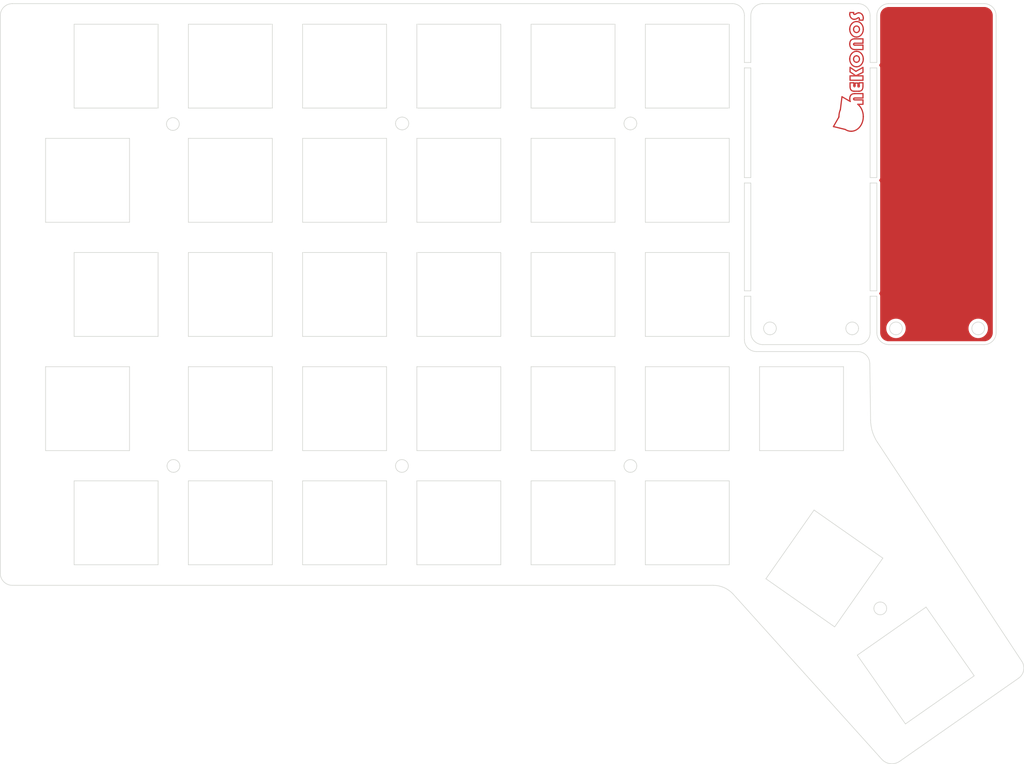
<source format=kicad_pcb>
(kicad_pcb (version 20171130) (host pcbnew "(5.1.8)-1")

  (general
    (thickness 1.6)
    (drawings 269)
    (tracks 0)
    (zones 0)
    (modules 2)
    (nets 1)
  )

  (page A4)
  (layers
    (0 F.Cu signal)
    (31 B.Cu signal)
    (32 B.Adhes user)
    (33 F.Adhes user)
    (34 B.Paste user)
    (35 F.Paste user)
    (36 B.SilkS user)
    (37 F.SilkS user)
    (38 B.Mask user)
    (39 F.Mask user)
    (40 Dwgs.User user)
    (41 Cmts.User user)
    (42 Eco1.User user)
    (43 Eco2.User user)
    (44 Edge.Cuts user)
    (45 Margin user)
    (46 B.CrtYd user)
    (47 F.CrtYd user)
    (48 B.Fab user)
    (49 F.Fab user)
  )

  (setup
    (last_trace_width 0.25)
    (user_trace_width 0.5)
    (trace_clearance 0.2)
    (zone_clearance 0.508)
    (zone_45_only no)
    (trace_min 0.2)
    (via_size 0.8)
    (via_drill 0.4)
    (via_min_size 0.4)
    (via_min_drill 0.3)
    (uvia_size 0.3)
    (uvia_drill 0.1)
    (uvias_allowed no)
    (uvia_min_size 0.2)
    (uvia_min_drill 0.1)
    (edge_width 0.05)
    (segment_width 0.2)
    (pcb_text_width 0.3)
    (pcb_text_size 1.5 1.5)
    (mod_edge_width 0.12)
    (mod_text_size 1 1)
    (mod_text_width 0.15)
    (pad_size 1.524 1.524)
    (pad_drill 0.762)
    (pad_to_mask_clearance 0)
    (aux_axis_origin 0 0)
    (grid_origin 36.73 32.18)
    (visible_elements 7FFFEFFF)
    (pcbplotparams
      (layerselection 0x010fc_ffffffff)
      (usegerberextensions false)
      (usegerberattributes true)
      (usegerberadvancedattributes true)
      (creategerberjobfile true)
      (excludeedgelayer true)
      (linewidth 0.100000)
      (plotframeref false)
      (viasonmask false)
      (mode 1)
      (useauxorigin false)
      (hpglpennumber 1)
      (hpglpenspeed 20)
      (hpglpendiameter 15.000000)
      (psnegative false)
      (psa4output false)
      (plotreference true)
      (plotvalue true)
      (plotinvisibletext false)
      (padsonsilk false)
      (subtractmaskfromsilk false)
      (outputformat 1)
      (mirror false)
      (drillshape 0)
      (scaleselection 1)
      (outputdirectory "elecrow/topplate/"))
  )

  (net 0 "")

  (net_class Default "This is the default net class."
    (clearance 0.2)
    (trace_width 0.25)
    (via_dia 0.8)
    (via_drill 0.4)
    (uvia_dia 0.3)
    (uvia_drill 0.1)
  )

  (module nekomimist:nekonosu-logo2 (layer F.Cu) (tedit 5FD41F0C) (tstamp 5FD4890C)
    (at 188.41 36.93 90)
    (fp_text reference REF** (at 0 1.27 90) (layer F.Fab) hide
      (effects (font (size 1 1) (thickness 0.15)))
    )
    (fp_text value nekonosu-logo2 (at 0 -0.5 90) (layer F.Fab) hide
      (effects (font (size 1 1) (thickness 0.15)))
    )
    (fp_line (start 9.314213 -1.440097) (end 9.314213 -1.440097) (layer F.Mask) (width 0.2))
    (fp_line (start 8.029753 0.704848) (end 8.029753 0.081393) (layer F.Mask) (width 0.2))
    (fp_curve (pts (xy 9.014382 -1.485322) (xy 9.118027 -1.485322) (xy 9.21797 -1.472401) (xy 9.314213 -1.440097)) (layer F.Mask) (width 0.2))
    (fp_curve (pts (xy 8.422125 -1.265659) (xy 8.588696 -1.411024) (xy 8.784882 -1.485322) (xy 9.014382 -1.485322)) (layer F.Mask) (width 0.2))
    (fp_curve (pts (xy 8.174117 -0.742344) (xy 8.174117 -0.942625) (xy 8.255552 -1.120294) (xy 8.422125 -1.265659)) (layer F.Mask) (width 0.2))
    (fp_curve (pts (xy 8.336988 -0.235181) (xy 8.229641 -0.403158) (xy 8.174117 -0.574366) (xy 8.174117 -0.742344)) (layer F.Mask) (width 0.2))
    (fp_curve (pts (xy 8.440633 -0.028439) (xy 8.440633 -0.060742) (xy 8.407317 -0.13181) (xy 8.336988 -0.235181)) (layer F.Mask) (width 0.2))
    (fp_curve (pts (xy 8.377705 0.091084) (xy 8.418423 0.05878) (xy 8.440633 0.020016) (xy 8.440633 -0.028439)) (layer F.Mask) (width 0.2))
    (fp_curve (pts (xy 8.214835 0.139539) (xy 8.281463 0.139539) (xy 8.333286 0.123387) (xy 8.377705 0.091084)) (layer F.Mask) (width 0.2))
    (fp_curve (pts (xy 8.029753 0.081393) (xy 8.100084 0.120157) (xy 8.163011 0.139539) (xy 8.214835 0.139539)) (layer F.Mask) (width 0.2))
    (fp_line (start 9.055099 -0.503299) (end 9.110623 -0.41931) (layer F.Mask) (width 0.2))
    (fp_curve (pts (xy 8.381406 0.775916) (xy 8.262955 0.775916) (xy 8.144504 0.750073) (xy 8.029753 0.704848)) (layer F.Mask) (width 0.2))
    (fp_curve (pts (xy 9.006978 0.556253) (xy 8.836705 0.701618) (xy 8.625713 0.775916) (xy 8.381406 0.775916)) (layer F.Mask) (width 0.2))
    (fp_curve (pts (xy 9.262389 0.026477) (xy 9.262389 0.233219) (xy 9.177252 0.410887) (xy 9.006978 0.556253)) (layer F.Mask) (width 0.2))
    (fp_curve (pts (xy 9.110623 -0.41931) (xy 9.210568 -0.267484) (xy 9.262389 -0.118888) (xy 9.262389 0.026477)) (layer F.Mask) (width 0.2))
    (fp_line (start 9.314213 -1.440097) (end 9.314213 -0.826333) (layer F.Mask) (width 0.2))
    (fp_curve (pts (xy 8.98847 -0.668046) (xy 8.98847 -0.626052) (xy 9.01068 -0.571136) (xy 9.055099 -0.503299)) (layer F.Mask) (width 0.2))
    (fp_curve (pts (xy 9.047696 -0.79726) (xy 9.006978 -0.761726) (xy 8.98847 -0.719732) (xy 8.98847 -0.668046)) (layer F.Mask) (width 0.2))
    (fp_curve (pts (xy 9.192059 -0.852176) (xy 9.136535 -0.852176) (xy 9.088414 -0.832794) (xy 9.047696 -0.79726)) (layer F.Mask) (width 0.2))
    (fp_curve (pts (xy 9.314213 -0.826333) (xy 9.262389 -0.842485) (xy 9.21797 -0.852176) (xy 9.192059 -0.852176)) (layer F.Mask) (width 0.2))
    (fp_line (start 6.514207 -0.852176) (end 6.514207 -0.852176) (layer F.Mask) (width 0.2))
    (fp_line (start 6.536417 -1.485322) (end 6.536417 -1.485322) (layer F.Mask) (width 0.2))
    (fp_curve (pts (xy 6.899175 -0.70681) (xy 6.79553 -0.80372) (xy 6.665973 -0.852176) (xy 6.514207 -0.852176)) (layer F.Mask) (width 0.2))
    (fp_curve (pts (xy 7.058344 -0.354703) (xy 7.058344 -0.493608) (xy 7.006522 -0.6099) (xy 6.899175 -0.70681)) (layer F.Mask) (width 0.2))
    (fp_curve (pts (xy 6.899175 -0.005826) (xy 7.006522 -0.102737) (xy 7.058344 -0.219029) (xy 7.058344 -0.354703)) (layer F.Mask) (width 0.2))
    (fp_curve (pts (xy 6.514207 0.139539) (xy 6.665973 0.139539) (xy 6.79553 0.091084) (xy 6.899175 -0.005826)) (layer F.Mask) (width 0.2))
    (fp_curve (pts (xy 6.12924 -0.005826) (xy 6.236587 0.091084) (xy 6.366144 0.139539) (xy 6.514207 0.139539)) (layer F.Mask) (width 0.2))
    (fp_curve (pts (xy 5.970071 -0.354703) (xy 5.970071 -0.219029) (xy 6.021893 -0.102737) (xy 6.12924 -0.005826)) (layer F.Mask) (width 0.2))
    (fp_curve (pts (xy 6.12924 -0.70681) (xy 6.021893 -0.6099) (xy 5.970071 -0.493608) (xy 5.970071 -0.354703)) (layer F.Mask) (width 0.2))
    (fp_curve (pts (xy 6.514207 -0.852176) (xy 6.362442 -0.852176) (xy 6.236587 -0.80372) (xy 6.12924 -0.70681)) (layer F.Mask) (width 0.2))
    (fp_line (start 3.868105 0.721) (end 3.135185 0.721) (layer F.Mask) (width 0.2))
    (fp_line (start 3.868105 -0.655125) (end 3.868105 0.721) (layer F.Mask) (width 0.2))
    (fp_curve (pts (xy 5.59991 -1.159058) (xy 5.85532 -1.375491) (xy 6.166256 -1.485322) (xy 6.536417 -1.485322)) (layer F.Mask) (width 0.2))
    (fp_curve (pts (xy 5.218643 -0.354703) (xy 5.218643 -0.671277) (xy 5.344499 -0.939395) (xy 5.59991 -1.159058)) (layer F.Mask) (width 0.2))
    (fp_curve (pts (xy 5.596209 0.443191) (xy 5.344499 0.223528) (xy 5.218643 -0.044591) (xy 5.218643 -0.354703)) (layer F.Mask) (width 0.2))
    (fp_curve (pts (xy 6.514207 0.775916) (xy 6.155152 0.775916) (xy 5.851619 0.662854) (xy 5.596209 0.443191)) (layer F.Mask) (width 0.2))
    (fp_curve (pts (xy 7.432206 0.446421) (xy 7.180497 0.666084) (xy 6.873263 0.775916) (xy 6.514207 0.775916)) (layer F.Mask) (width 0.2))
    (fp_curve (pts (xy 7.809771 -0.354703) (xy 7.809771 -0.04136) (xy 7.683916 0.226758) (xy 7.432206 0.446421)) (layer F.Mask) (width 0.2))
    (fp_curve (pts (xy 7.435908 -1.152597) (xy 7.683916 -0.929704) (xy 7.809771 -0.664816) (xy 7.809771 -0.354703)) (layer F.Mask) (width 0.2))
    (fp_curve (pts (xy 6.536417 -1.485322) (xy 6.884369 -1.485322) (xy 7.184198 -1.375491) (xy 7.435908 -1.152597)) (layer F.Mask) (width 0.2))
    (fp_line (start 4.186443 0.721) (end 4.186443 -0.655125) (layer F.Mask) (width 0.2))
    (fp_line (start 4.919361 0.721) (end 4.186443 0.721) (layer F.Mask) (width 0.2))
    (fp_line (start 4.919361 -0.655125) (end 4.919361 0.721) (layer F.Mask) (width 0.2))
    (fp_curve (pts (xy 4.023573 -0.852176) (xy 3.919928 -0.852176) (xy 3.868105 -0.784338) (xy 3.868105 -0.655125)) (layer F.Mask) (width 0.2))
    (fp_curve (pts (xy 4.186443 -0.655125) (xy 4.186443 -0.784338) (xy 4.130918 -0.852176) (xy 4.023573 -0.852176)) (layer F.Mask) (width 0.2))
    (fp_line (start 3.135185 0.721) (end 3.135185 -0.677737) (layer F.Mask) (width 0.2))
    (fp_curve (pts (xy 4.697266 -1.27212) (xy 4.84533 -1.126754) (xy 4.919361 -0.923243) (xy 4.919361 -0.655125)) (layer F.Mask) (width 0.2))
    (fp_curve (pts (xy 4.060588 -1.485322) (xy 4.338209 -1.485322) (xy 4.5492 -1.414255) (xy 4.697266 -1.27212)) (layer F.Mask) (width 0.2))
    (fp_curve (pts (xy 3.386895 -1.265659) (xy 3.55717 -1.411024) (xy 3.779265 -1.485322) (xy 4.060588 -1.485322)) (layer F.Mask) (width 0.2))
    (fp_curve (pts (xy 3.135185 -0.677737) (xy 3.135185 -0.920013) (xy 3.220322 -1.117063) (xy 3.386895 -1.265659)) (layer F.Mask) (width 0.2))
    (fp_line (start 1.545608 -0.852176) (end 1.545608 -0.852176) (layer F.Mask) (width 0.2))
    (fp_line (start 1.567818 -1.485322) (end 1.567818 -1.485322) (layer F.Mask) (width 0.2))
    (fp_curve (pts (xy 1.930574 -0.70681) (xy 1.826929 -0.80372) (xy 1.697373 -0.852176) (xy 1.545608 -0.852176)) (layer F.Mask) (width 0.2))
    (fp_curve (pts (xy 2.089744 -0.354703) (xy 2.089744 -0.493608) (xy 2.037921 -0.6099) (xy 1.930574 -0.70681)) (layer F.Mask) (width 0.2))
    (fp_curve (pts (xy 1.930574 -0.005826) (xy 2.037921 -0.102737) (xy 2.089744 -0.219029) (xy 2.089744 -0.354703)) (layer F.Mask) (width 0.2))
    (fp_curve (pts (xy 1.545608 0.139539) (xy 1.697373 0.139539) (xy 1.826929 0.091084) (xy 1.930574 -0.005826)) (layer F.Mask) (width 0.2))
    (fp_curve (pts (xy 1.16064 -0.005826) (xy 1.267986 0.091084) (xy 1.397543 0.139539) (xy 1.545608 0.139539)) (layer F.Mask) (width 0.2))
    (fp_curve (pts (xy 1.00147 -0.354703) (xy 1.00147 -0.219029) (xy 1.053293 -0.102737) (xy 1.16064 -0.005826)) (layer F.Mask) (width 0.2))
    (fp_curve (pts (xy 1.16064 -0.70681) (xy 1.053293 -0.6099) (xy 1.00147 -0.493608) (xy 1.00147 -0.354703)) (layer F.Mask) (width 0.2))
    (fp_curve (pts (xy 1.545608 -0.852176) (xy 1.393841 -0.852176) (xy 1.267986 -0.80372) (xy 1.16064 -0.70681)) (layer F.Mask) (width 0.2))
    (fp_line (start -1.989492 -1.433637) (end -1.256573 -1.433637) (layer F.Mask) (width 0.2))
    (fp_line (start -1.989492 0.721) (end -1.989492 -1.433637) (layer F.Mask) (width 0.2))
    (fp_line (start -1.256573 0.721) (end -1.989492 0.721) (layer F.Mask) (width 0.2))
    (fp_line (start -1.256573 -1.433637) (end -1.256573 0.721) (layer F.Mask) (width 0.2))
    (fp_curve (pts (xy 0.631309 -1.159058) (xy 0.88672 -1.375491) (xy 1.197656 -1.485322) (xy 1.567818 -1.485322)) (layer F.Mask) (width 0.2))
    (fp_curve (pts (xy 0.250044 -0.354703) (xy 0.250044 -0.671277) (xy 0.375898 -0.939395) (xy 0.631309 -1.159058)) (layer F.Mask) (width 0.2))
    (fp_curve (pts (xy 0.627608 0.443191) (xy 0.375898 0.223528) (xy 0.250044 -0.044591) (xy 0.250044 -0.354703)) (layer F.Mask) (width 0.2))
    (fp_curve (pts (xy 1.545608 0.775916) (xy 1.186551 0.775916) (xy 0.88302 0.662854) (xy 0.627608 0.443191)) (layer F.Mask) (width 0.2))
    (fp_curve (pts (xy 2.463606 0.446421) (xy 2.211897 0.666084) (xy 1.904663 0.775916) (xy 1.545608 0.775916)) (layer F.Mask) (width 0.2))
    (fp_curve (pts (xy 2.841171 -0.354703) (xy 2.841171 -0.04136) (xy 2.715316 0.226758) (xy 2.463606 0.446421)) (layer F.Mask) (width 0.2))
    (fp_curve (pts (xy 2.467309 -1.152597) (xy 2.715316 -0.929704) (xy 2.841171 -0.664816) (xy 2.841171 -0.354703)) (layer F.Mask) (width 0.2))
    (fp_curve (pts (xy 1.567818 -1.485322) (xy 1.915768 -1.485322) (xy 2.215598 -1.375491) (xy 2.467309 -1.152597)) (layer F.Mask) (width 0.2))
    (fp_line (start -0.601388 -1.433637) (end 0.15374 -1.433637) (layer F.Mask) (width 0.2))
    (fp_line (start -1.234364 -0.467765) (end -0.601388 -1.433637) (layer F.Mask) (width 0.2))
    (fp_line (start -0.675421 0.721) (end -1.234364 -0.467765) (layer F.Mask) (width 0.2))
    (fp_line (start 0.150038 0.721) (end -0.675421 0.721) (layer F.Mask) (width 0.2))
    (fp_line (start -0.497743 -0.454844) (end 0.150038 0.721) (layer F.Mask) (width 0.2))
    (fp_line (start 0.15374 -1.433637) (end -0.497743 -0.454844) (layer F.Mask) (width 0.2))
    (fp_line (start -2.862796 -0.593748) (end -2.459321 -0.593748) (layer F.Mask) (width 0.2))
    (fp_line (start -2.4112 -0.813412) (end -2.877603 -0.813412) (layer F.Mask) (width 0.2))
    (fp_line (start -2.4112 -1.433637) (end -2.4112 -0.813412) (layer F.Mask) (width 0.2))
    (fp_line (start -3.047877 -1.433637) (end -2.4112 -1.433637) (layer F.Mask) (width 0.2))
    (fp_curve (pts (xy -3.021965 -0.619591) (xy -2.992351 -0.603439) (xy -2.940529 -0.593748) (xy -2.862796 -0.593748)) (layer F.Mask) (width 0.2))
    (fp_curve (pts (xy -3.070086 -0.70681) (xy -3.070086 -0.664816) (xy -3.055279 -0.635743) (xy -3.021965 -0.619591)) (layer F.Mask) (width 0.2))
    (fp_curve (pts (xy -2.877603 -0.813412) (xy -3.007159 -0.813412) (xy -3.070086 -0.777878) (xy -3.070086 -0.70681)) (layer F.Mask) (width 0.2))
    (fp_line (start -3.825215 0.062011) (end -3.825215 -0.781108) (layer F.Mask) (width 0.2))
    (fp_curve (pts (xy -3.621626 -1.262429) (xy -3.484667 -1.375491) (xy -3.295884 -1.433637) (xy -3.047877 -1.433637)) (layer F.Mask) (width 0.2))
    (fp_curve (pts (xy -3.825215 -0.781108) (xy -3.825215 -0.98785) (xy -3.754884 -1.149367) (xy -3.621626 -1.262429)) (layer F.Mask) (width 0.2))
    (fp_line (start -2.4112 0.721) (end -2.988651 0.721) (layer F.Mask) (width 0.2))
    (fp_line (start -2.4112 0.107235) (end -2.4112 0.721) (layer F.Mask) (width 0.2))
    (fp_line (start -2.903514 0.107235) (end -2.4112 0.107235) (layer F.Mask) (width 0.2))
    (fp_curve (pts (xy -3.610521 0.553022) (xy -3.751182 0.43996) (xy -3.825215 0.275213) (xy -3.825215 0.062011)) (layer F.Mask) (width 0.2))
    (fp_curve (pts (xy -2.988651 0.721) (xy -3.258868 0.721) (xy -3.466159 0.666084) (xy -3.610521 0.553022)) (layer F.Mask) (width 0.2))
    (fp_line (start -2.459321 -0.115658) (end -2.936828 -0.115658) (layer F.Mask) (width 0.2))
    (fp_line (start -2.459321 -0.593748) (end -2.459321 -0.115658) (layer F.Mask) (width 0.2))
    (fp_curve (pts (xy -3.073788 0.084623) (xy -3.047877 0.097544) (xy -2.988651 0.107235) (xy -2.903514 0.107235)) (layer F.Mask) (width 0.2))
    (fp_curve (pts (xy -3.114506 -0.005826) (xy -3.114506 0.039398) (xy -3.103401 0.071702) (xy -3.073788 0.084623)) (layer F.Mask) (width 0.2))
    (fp_curve (pts (xy -3.073788 -0.089815) (xy -3.103401 -0.073664) (xy -3.114506 -0.044591) (xy -3.114506 -0.005826)) (layer F.Mask) (width 0.2))
    (fp_curve (pts (xy -2.936828 -0.115658) (xy -3.003456 -0.115658) (xy -3.047877 -0.105967) (xy -3.073788 -0.089815)) (layer F.Mask) (width 0.2))
    (fp_line (start -6.004039 0.721265) (end -6.004039 -0.139721) (layer F.Mask) (width 0.2))
    (fp_line (start -5.27023 0.721265) (end -6.004039 0.721265) (layer F.Mask) (width 0.2))
    (fp_line (start -5.27023 -0.654161) (end -5.27023 0.721265) (layer F.Mask) (width 0.2))
    (fp_line (start -4.953923 0.721265) (end -4.953923 -0.654161) (layer F.Mask) (width 0.2))
    (fp_line (start -4.220113 0.721265) (end -4.953923 0.721265) (layer F.Mask) (width 0.2))
    (fp_line (start -4.220113 -0.654161) (end -4.220113 0.721265) (layer F.Mask) (width 0.2))
    (fp_curve (pts (xy -5.114792 -0.851328) (xy -5.218407 -0.851328) (xy -5.27023 -0.785606) (xy -5.27023 -0.654161)) (layer F.Mask) (width 0.2))
    (fp_curve (pts (xy -4.953923 -0.654161) (xy -4.953923 -0.785606) (xy -5.00754 -0.851328) (xy -5.114792 -0.851328)) (layer F.Mask) (width 0.2))
    (fp_line (start -4.74176 -2.781062) (end -5.530664 -1.402864) (layer F.Mask) (width 0.2))
    (fp_line (start -6.899231 -3.048901) (end -4.74176 -2.781062) (layer F.Mask) (width 0.2))
    (fp_curve (pts (xy -4.441525 -1.270887) (xy -4.293907 -1.127885) (xy -4.220113 -0.922298) (xy -4.220113 -0.654161)) (layer F.Mask) (width 0.2))
    (fp_curve (pts (xy -5.080453 -1.485407) (xy -4.802103 -1.485407) (xy -4.589127 -1.413906) (xy -4.441525 -1.270887)) (layer F.Mask) (width 0.2))
    (fp_curve (pts (xy -5.530664 -1.402864) (xy -5.401443 -1.457892) (xy -5.251368 -1.485407) (xy -5.080453 -1.485407)) (layer F.Mask) (width 0.2))
    (fp_line (start -9.71891 -4.204675) (end -8.121426 -3.286751) (layer F.Mask) (width 0.2))
    (fp_line (start -10.199193 -2.240768) (end -9.71891 -4.204675) (layer F.Mask) (width 0.2))
    (fp_curve (pts (xy -8.053213 -3.287531) (xy -7.636195 -3.287531) (xy -7.243319 -3.201185) (xy -6.899231 -3.048901)) (layer F.Mask) (width 0.2))
    (fp_curve (pts (xy -8.121426 -3.286751) (xy -8.098644 -3.287265) (xy -8.075962 -3.287531) (xy -8.053213 -3.287531)) (layer F.Mask) (width 0.2))
    (fp_curve (pts (xy -10.506501 -1.256308) (xy -10.506501 -1.613365) (xy -10.394982 -1.949035) (xy -10.199193 -2.240768)) (layer F.Mask) (width 0.2))
    (fp_curve (pts (xy -8.053213 0.774899) (xy -9.407218 0.774899) (xy -10.506501 -0.135254) (xy -10.506501 -1.256308)) (layer F.Mask) (width 0.2))
    (fp_curve (pts (xy -6.004039 -0.139721) (xy -6.443026 0.411083) (xy -7.197225 0.774899) (xy -8.053213 0.774899)) (layer F.Mask) (width 0.2))
  )

  (module nekomimist:nekonosu-logo (layer F.Cu) (tedit 5FCB66AE) (tstamp 5FCBF079)
    (at 167.64 37.08 90)
    (fp_text reference REF** (at 0 1.27 90) (layer F.Fab) hide
      (effects (font (size 1 1) (thickness 0.15)))
    )
    (fp_text value nekonosu-logo (at 0 -0.5 90) (layer F.Fab) hide
      (effects (font (size 1 1) (thickness 0.15)))
    )
    (fp_line (start 9.314213 -1.440097) (end 9.314213 -1.440097) (layer F.Cu) (width 0.2))
    (fp_line (start 8.029753 0.704848) (end 8.029753 0.081393) (layer F.Cu) (width 0.2))
    (fp_curve (pts (xy 9.014382 -1.485322) (xy 9.118027 -1.485322) (xy 9.21797 -1.472401) (xy 9.314213 -1.440097)) (layer F.Cu) (width 0.2))
    (fp_curve (pts (xy 8.422125 -1.265659) (xy 8.588696 -1.411024) (xy 8.784882 -1.485322) (xy 9.014382 -1.485322)) (layer F.Cu) (width 0.2))
    (fp_curve (pts (xy 8.174117 -0.742344) (xy 8.174117 -0.942625) (xy 8.255552 -1.120294) (xy 8.422125 -1.265659)) (layer F.Cu) (width 0.2))
    (fp_curve (pts (xy 8.336988 -0.235181) (xy 8.229641 -0.403158) (xy 8.174117 -0.574366) (xy 8.174117 -0.742344)) (layer F.Cu) (width 0.2))
    (fp_curve (pts (xy 8.440633 -0.028439) (xy 8.440633 -0.060742) (xy 8.407317 -0.13181) (xy 8.336988 -0.235181)) (layer F.Cu) (width 0.2))
    (fp_curve (pts (xy 8.377705 0.091084) (xy 8.418423 0.05878) (xy 8.440633 0.020016) (xy 8.440633 -0.028439)) (layer F.Cu) (width 0.2))
    (fp_curve (pts (xy 8.214835 0.139539) (xy 8.281463 0.139539) (xy 8.333286 0.123387) (xy 8.377705 0.091084)) (layer F.Cu) (width 0.2))
    (fp_curve (pts (xy 8.029753 0.081393) (xy 8.100084 0.120157) (xy 8.163011 0.139539) (xy 8.214835 0.139539)) (layer F.Cu) (width 0.2))
    (fp_line (start 9.055099 -0.503299) (end 9.110623 -0.41931) (layer F.Cu) (width 0.2))
    (fp_curve (pts (xy 8.381406 0.775916) (xy 8.262955 0.775916) (xy 8.144504 0.750073) (xy 8.029753 0.704848)) (layer F.Cu) (width 0.2))
    (fp_curve (pts (xy 9.006978 0.556253) (xy 8.836705 0.701618) (xy 8.625713 0.775916) (xy 8.381406 0.775916)) (layer F.Cu) (width 0.2))
    (fp_curve (pts (xy 9.262389 0.026477) (xy 9.262389 0.233219) (xy 9.177252 0.410887) (xy 9.006978 0.556253)) (layer F.Cu) (width 0.2))
    (fp_curve (pts (xy 9.110623 -0.41931) (xy 9.210568 -0.267484) (xy 9.262389 -0.118888) (xy 9.262389 0.026477)) (layer F.Cu) (width 0.2))
    (fp_line (start 9.314213 -1.440097) (end 9.314213 -0.826333) (layer F.Cu) (width 0.2))
    (fp_curve (pts (xy 8.98847 -0.668046) (xy 8.98847 -0.626052) (xy 9.01068 -0.571136) (xy 9.055099 -0.503299)) (layer F.Cu) (width 0.2))
    (fp_curve (pts (xy 9.047696 -0.79726) (xy 9.006978 -0.761726) (xy 8.98847 -0.719732) (xy 8.98847 -0.668046)) (layer F.Cu) (width 0.2))
    (fp_curve (pts (xy 9.192059 -0.852176) (xy 9.136535 -0.852176) (xy 9.088414 -0.832794) (xy 9.047696 -0.79726)) (layer F.Cu) (width 0.2))
    (fp_curve (pts (xy 9.314213 -0.826333) (xy 9.262389 -0.842485) (xy 9.21797 -0.852176) (xy 9.192059 -0.852176)) (layer F.Cu) (width 0.2))
    (fp_line (start 6.514207 -0.852176) (end 6.514207 -0.852176) (layer F.Cu) (width 0.2))
    (fp_line (start 6.536417 -1.485322) (end 6.536417 -1.485322) (layer F.Cu) (width 0.2))
    (fp_curve (pts (xy 6.899175 -0.70681) (xy 6.79553 -0.80372) (xy 6.665973 -0.852176) (xy 6.514207 -0.852176)) (layer F.Cu) (width 0.2))
    (fp_curve (pts (xy 7.058344 -0.354703) (xy 7.058344 -0.493608) (xy 7.006522 -0.6099) (xy 6.899175 -0.70681)) (layer F.Cu) (width 0.2))
    (fp_curve (pts (xy 6.899175 -0.005826) (xy 7.006522 -0.102737) (xy 7.058344 -0.219029) (xy 7.058344 -0.354703)) (layer F.Cu) (width 0.2))
    (fp_curve (pts (xy 6.514207 0.139539) (xy 6.665973 0.139539) (xy 6.79553 0.091084) (xy 6.899175 -0.005826)) (layer F.Cu) (width 0.2))
    (fp_curve (pts (xy 6.12924 -0.005826) (xy 6.236587 0.091084) (xy 6.366144 0.139539) (xy 6.514207 0.139539)) (layer F.Cu) (width 0.2))
    (fp_curve (pts (xy 5.970071 -0.354703) (xy 5.970071 -0.219029) (xy 6.021893 -0.102737) (xy 6.12924 -0.005826)) (layer F.Cu) (width 0.2))
    (fp_curve (pts (xy 6.12924 -0.70681) (xy 6.021893 -0.6099) (xy 5.970071 -0.493608) (xy 5.970071 -0.354703)) (layer F.Cu) (width 0.2))
    (fp_curve (pts (xy 6.514207 -0.852176) (xy 6.362442 -0.852176) (xy 6.236587 -0.80372) (xy 6.12924 -0.70681)) (layer F.Cu) (width 0.2))
    (fp_line (start 3.868105 0.721) (end 3.135185 0.721) (layer F.Cu) (width 0.2))
    (fp_line (start 3.868105 -0.655125) (end 3.868105 0.721) (layer F.Cu) (width 0.2))
    (fp_curve (pts (xy 5.59991 -1.159058) (xy 5.85532 -1.375491) (xy 6.166256 -1.485322) (xy 6.536417 -1.485322)) (layer F.Cu) (width 0.2))
    (fp_curve (pts (xy 5.218643 -0.354703) (xy 5.218643 -0.671277) (xy 5.344499 -0.939395) (xy 5.59991 -1.159058)) (layer F.Cu) (width 0.2))
    (fp_curve (pts (xy 5.596209 0.443191) (xy 5.344499 0.223528) (xy 5.218643 -0.044591) (xy 5.218643 -0.354703)) (layer F.Cu) (width 0.2))
    (fp_curve (pts (xy 6.514207 0.775916) (xy 6.155152 0.775916) (xy 5.851619 0.662854) (xy 5.596209 0.443191)) (layer F.Cu) (width 0.2))
    (fp_curve (pts (xy 7.432206 0.446421) (xy 7.180497 0.666084) (xy 6.873263 0.775916) (xy 6.514207 0.775916)) (layer F.Cu) (width 0.2))
    (fp_curve (pts (xy 7.809771 -0.354703) (xy 7.809771 -0.04136) (xy 7.683916 0.226758) (xy 7.432206 0.446421)) (layer F.Cu) (width 0.2))
    (fp_curve (pts (xy 7.435908 -1.152597) (xy 7.683916 -0.929704) (xy 7.809771 -0.664816) (xy 7.809771 -0.354703)) (layer F.Cu) (width 0.2))
    (fp_curve (pts (xy 6.536417 -1.485322) (xy 6.884369 -1.485322) (xy 7.184198 -1.375491) (xy 7.435908 -1.152597)) (layer F.Cu) (width 0.2))
    (fp_line (start 4.186443 0.721) (end 4.186443 -0.655125) (layer F.Cu) (width 0.2))
    (fp_line (start 4.919361 0.721) (end 4.186443 0.721) (layer F.Cu) (width 0.2))
    (fp_line (start 4.919361 -0.655125) (end 4.919361 0.721) (layer F.Cu) (width 0.2))
    (fp_curve (pts (xy 4.023573 -0.852176) (xy 3.919928 -0.852176) (xy 3.868105 -0.784338) (xy 3.868105 -0.655125)) (layer F.Cu) (width 0.2))
    (fp_curve (pts (xy 4.186443 -0.655125) (xy 4.186443 -0.784338) (xy 4.130918 -0.852176) (xy 4.023573 -0.852176)) (layer F.Cu) (width 0.2))
    (fp_line (start 3.135185 0.721) (end 3.135185 -0.677737) (layer F.Cu) (width 0.2))
    (fp_curve (pts (xy 4.697266 -1.27212) (xy 4.84533 -1.126754) (xy 4.919361 -0.923243) (xy 4.919361 -0.655125)) (layer F.Cu) (width 0.2))
    (fp_curve (pts (xy 4.060588 -1.485322) (xy 4.338209 -1.485322) (xy 4.5492 -1.414255) (xy 4.697266 -1.27212)) (layer F.Cu) (width 0.2))
    (fp_curve (pts (xy 3.386895 -1.265659) (xy 3.55717 -1.411024) (xy 3.779265 -1.485322) (xy 4.060588 -1.485322)) (layer F.Cu) (width 0.2))
    (fp_curve (pts (xy 3.135185 -0.677737) (xy 3.135185 -0.920013) (xy 3.220322 -1.117063) (xy 3.386895 -1.265659)) (layer F.Cu) (width 0.2))
    (fp_line (start 1.545608 -0.852176) (end 1.545608 -0.852176) (layer F.Cu) (width 0.2))
    (fp_line (start 1.567818 -1.485322) (end 1.567818 -1.485322) (layer F.Cu) (width 0.2))
    (fp_curve (pts (xy 1.930574 -0.70681) (xy 1.826929 -0.80372) (xy 1.697373 -0.852176) (xy 1.545608 -0.852176)) (layer F.Cu) (width 0.2))
    (fp_curve (pts (xy 2.089744 -0.354703) (xy 2.089744 -0.493608) (xy 2.037921 -0.6099) (xy 1.930574 -0.70681)) (layer F.Cu) (width 0.2))
    (fp_curve (pts (xy 1.930574 -0.005826) (xy 2.037921 -0.102737) (xy 2.089744 -0.219029) (xy 2.089744 -0.354703)) (layer F.Cu) (width 0.2))
    (fp_curve (pts (xy 1.545608 0.139539) (xy 1.697373 0.139539) (xy 1.826929 0.091084) (xy 1.930574 -0.005826)) (layer F.Cu) (width 0.2))
    (fp_curve (pts (xy 1.16064 -0.005826) (xy 1.267986 0.091084) (xy 1.397543 0.139539) (xy 1.545608 0.139539)) (layer F.Cu) (width 0.2))
    (fp_curve (pts (xy 1.00147 -0.354703) (xy 1.00147 -0.219029) (xy 1.053293 -0.102737) (xy 1.16064 -0.005826)) (layer F.Cu) (width 0.2))
    (fp_curve (pts (xy 1.16064 -0.70681) (xy 1.053293 -0.6099) (xy 1.00147 -0.493608) (xy 1.00147 -0.354703)) (layer F.Cu) (width 0.2))
    (fp_curve (pts (xy 1.545608 -0.852176) (xy 1.393841 -0.852176) (xy 1.267986 -0.80372) (xy 1.16064 -0.70681)) (layer F.Cu) (width 0.2))
    (fp_line (start -1.989492 -1.433637) (end -1.256573 -1.433637) (layer F.Cu) (width 0.2))
    (fp_line (start -1.989492 0.721) (end -1.989492 -1.433637) (layer F.Cu) (width 0.2))
    (fp_line (start -1.256573 0.721) (end -1.989492 0.721) (layer F.Cu) (width 0.2))
    (fp_line (start -1.256573 -1.433637) (end -1.256573 0.721) (layer F.Cu) (width 0.2))
    (fp_curve (pts (xy 0.631309 -1.159058) (xy 0.88672 -1.375491) (xy 1.197656 -1.485322) (xy 1.567818 -1.485322)) (layer F.Cu) (width 0.2))
    (fp_curve (pts (xy 0.250044 -0.354703) (xy 0.250044 -0.671277) (xy 0.375898 -0.939395) (xy 0.631309 -1.159058)) (layer F.Cu) (width 0.2))
    (fp_curve (pts (xy 0.627608 0.443191) (xy 0.375898 0.223528) (xy 0.250044 -0.044591) (xy 0.250044 -0.354703)) (layer F.Cu) (width 0.2))
    (fp_curve (pts (xy 1.545608 0.775916) (xy 1.186551 0.775916) (xy 0.88302 0.662854) (xy 0.627608 0.443191)) (layer F.Cu) (width 0.2))
    (fp_curve (pts (xy 2.463606 0.446421) (xy 2.211897 0.666084) (xy 1.904663 0.775916) (xy 1.545608 0.775916)) (layer F.Cu) (width 0.2))
    (fp_curve (pts (xy 2.841171 -0.354703) (xy 2.841171 -0.04136) (xy 2.715316 0.226758) (xy 2.463606 0.446421)) (layer F.Cu) (width 0.2))
    (fp_curve (pts (xy 2.467309 -1.152597) (xy 2.715316 -0.929704) (xy 2.841171 -0.664816) (xy 2.841171 -0.354703)) (layer F.Cu) (width 0.2))
    (fp_curve (pts (xy 1.567818 -1.485322) (xy 1.915768 -1.485322) (xy 2.215598 -1.375491) (xy 2.467309 -1.152597)) (layer F.Cu) (width 0.2))
    (fp_line (start -0.601388 -1.433637) (end 0.15374 -1.433637) (layer F.Cu) (width 0.2))
    (fp_line (start -1.234364 -0.467765) (end -0.601388 -1.433637) (layer F.Cu) (width 0.2))
    (fp_line (start -0.675421 0.721) (end -1.234364 -0.467765) (layer F.Cu) (width 0.2))
    (fp_line (start 0.150038 0.721) (end -0.675421 0.721) (layer F.Cu) (width 0.2))
    (fp_line (start -0.497743 -0.454844) (end 0.150038 0.721) (layer F.Cu) (width 0.2))
    (fp_line (start 0.15374 -1.433637) (end -0.497743 -0.454844) (layer F.Cu) (width 0.2))
    (fp_line (start -2.862796 -0.593748) (end -2.459321 -0.593748) (layer F.Cu) (width 0.2))
    (fp_line (start -2.4112 -0.813412) (end -2.877603 -0.813412) (layer F.Cu) (width 0.2))
    (fp_line (start -2.4112 -1.433637) (end -2.4112 -0.813412) (layer F.Cu) (width 0.2))
    (fp_line (start -3.047877 -1.433637) (end -2.4112 -1.433637) (layer F.Cu) (width 0.2))
    (fp_curve (pts (xy -3.021965 -0.619591) (xy -2.992351 -0.603439) (xy -2.940529 -0.593748) (xy -2.862796 -0.593748)) (layer F.Cu) (width 0.2))
    (fp_curve (pts (xy -3.070086 -0.70681) (xy -3.070086 -0.664816) (xy -3.055279 -0.635743) (xy -3.021965 -0.619591)) (layer F.Cu) (width 0.2))
    (fp_curve (pts (xy -2.877603 -0.813412) (xy -3.007159 -0.813412) (xy -3.070086 -0.777878) (xy -3.070086 -0.70681)) (layer F.Cu) (width 0.2))
    (fp_line (start -3.825215 0.062011) (end -3.825215 -0.781108) (layer F.Cu) (width 0.2))
    (fp_curve (pts (xy -3.621626 -1.262429) (xy -3.484667 -1.375491) (xy -3.295884 -1.433637) (xy -3.047877 -1.433637)) (layer F.Cu) (width 0.2))
    (fp_curve (pts (xy -3.825215 -0.781108) (xy -3.825215 -0.98785) (xy -3.754884 -1.149367) (xy -3.621626 -1.262429)) (layer F.Cu) (width 0.2))
    (fp_line (start -2.4112 0.721) (end -2.988651 0.721) (layer F.Cu) (width 0.2))
    (fp_line (start -2.4112 0.107235) (end -2.4112 0.721) (layer F.Cu) (width 0.2))
    (fp_line (start -2.903514 0.107235) (end -2.4112 0.107235) (layer F.Cu) (width 0.2))
    (fp_curve (pts (xy -3.610521 0.553022) (xy -3.751182 0.43996) (xy -3.825215 0.275213) (xy -3.825215 0.062011)) (layer F.Cu) (width 0.2))
    (fp_curve (pts (xy -2.988651 0.721) (xy -3.258868 0.721) (xy -3.466159 0.666084) (xy -3.610521 0.553022)) (layer F.Cu) (width 0.2))
    (fp_line (start -2.459321 -0.115658) (end -2.936828 -0.115658) (layer F.Cu) (width 0.2))
    (fp_line (start -2.459321 -0.593748) (end -2.459321 -0.115658) (layer F.Cu) (width 0.2))
    (fp_curve (pts (xy -3.073788 0.084623) (xy -3.047877 0.097544) (xy -2.988651 0.107235) (xy -2.903514 0.107235)) (layer F.Cu) (width 0.2))
    (fp_curve (pts (xy -3.114506 -0.005826) (xy -3.114506 0.039398) (xy -3.103401 0.071702) (xy -3.073788 0.084623)) (layer F.Cu) (width 0.2))
    (fp_curve (pts (xy -3.073788 -0.089815) (xy -3.103401 -0.073664) (xy -3.114506 -0.044591) (xy -3.114506 -0.005826)) (layer F.Cu) (width 0.2))
    (fp_curve (pts (xy -2.936828 -0.115658) (xy -3.003456 -0.115658) (xy -3.047877 -0.105967) (xy -3.073788 -0.089815)) (layer F.Cu) (width 0.2))
    (fp_line (start -6.004039 0.721265) (end -6.004039 -0.139721) (layer F.Cu) (width 0.2))
    (fp_line (start -5.27023 0.721265) (end -6.004039 0.721265) (layer F.Cu) (width 0.2))
    (fp_line (start -5.27023 -0.654161) (end -5.27023 0.721265) (layer F.Cu) (width 0.2))
    (fp_line (start -4.953923 0.721265) (end -4.953923 -0.654161) (layer F.Cu) (width 0.2))
    (fp_line (start -4.220113 0.721265) (end -4.953923 0.721265) (layer F.Cu) (width 0.2))
    (fp_line (start -4.220113 -0.654161) (end -4.220113 0.721265) (layer F.Cu) (width 0.2))
    (fp_curve (pts (xy -5.114792 -0.851328) (xy -5.218407 -0.851328) (xy -5.27023 -0.785606) (xy -5.27023 -0.654161)) (layer F.Cu) (width 0.2))
    (fp_curve (pts (xy -4.953923 -0.654161) (xy -4.953923 -0.785606) (xy -5.00754 -0.851328) (xy -5.114792 -0.851328)) (layer F.Cu) (width 0.2))
    (fp_line (start -4.74176 -2.781062) (end -5.530664 -1.402864) (layer F.Cu) (width 0.2))
    (fp_line (start -6.899231 -3.048901) (end -4.74176 -2.781062) (layer F.Cu) (width 0.2))
    (fp_curve (pts (xy -4.441525 -1.270887) (xy -4.293907 -1.127885) (xy -4.220113 -0.922298) (xy -4.220113 -0.654161)) (layer F.Cu) (width 0.2))
    (fp_curve (pts (xy -5.080453 -1.485407) (xy -4.802103 -1.485407) (xy -4.589127 -1.413906) (xy -4.441525 -1.270887)) (layer F.Cu) (width 0.2))
    (fp_curve (pts (xy -5.530664 -1.402864) (xy -5.401443 -1.457892) (xy -5.251368 -1.485407) (xy -5.080453 -1.485407)) (layer F.Cu) (width 0.2))
    (fp_line (start -9.71891 -4.204675) (end -8.121426 -3.286751) (layer F.Cu) (width 0.2))
    (fp_line (start -10.199193 -2.240768) (end -9.71891 -4.204675) (layer F.Cu) (width 0.2))
    (fp_curve (pts (xy -8.053213 -3.287531) (xy -7.636195 -3.287531) (xy -7.243319 -3.201185) (xy -6.899231 -3.048901)) (layer F.Cu) (width 0.2))
    (fp_curve (pts (xy -8.121426 -3.286751) (xy -8.098644 -3.287265) (xy -8.075962 -3.287531) (xy -8.053213 -3.287531)) (layer F.Cu) (width 0.2))
    (fp_curve (pts (xy -10.506501 -1.256308) (xy -10.506501 -1.613365) (xy -10.394982 -1.949035) (xy -10.199193 -2.240768)) (layer F.Cu) (width 0.2))
    (fp_curve (pts (xy -8.053213 0.774899) (xy -9.407218 0.774899) (xy -10.506501 -0.135254) (xy -10.506501 -1.256308)) (layer F.Cu) (width 0.2))
    (fp_curve (pts (xy -6.004039 -0.139721) (xy -6.443026 0.411083) (xy -7.197225 0.774899) (xy -8.053213 0.774899)) (layer F.Cu) (width 0.2))
    (fp_line (start 9.314213 -1.440097) (end 9.314213 -1.440097) (layer F.Mask) (width 0.2))
    (fp_line (start 8.029753 0.704848) (end 8.029753 0.081393) (layer F.Mask) (width 0.2))
    (fp_curve (pts (xy 9.014382 -1.485322) (xy 9.118027 -1.485322) (xy 9.21797 -1.472401) (xy 9.314213 -1.440097)) (layer F.Mask) (width 0.2))
    (fp_curve (pts (xy 8.422125 -1.265659) (xy 8.588696 -1.411024) (xy 8.784882 -1.485322) (xy 9.014382 -1.485322)) (layer F.Mask) (width 0.2))
    (fp_curve (pts (xy 8.174117 -0.742344) (xy 8.174117 -0.942625) (xy 8.255552 -1.120294) (xy 8.422125 -1.265659)) (layer F.Mask) (width 0.2))
    (fp_curve (pts (xy 8.336988 -0.235181) (xy 8.229641 -0.403158) (xy 8.174117 -0.574366) (xy 8.174117 -0.742344)) (layer F.Mask) (width 0.2))
    (fp_curve (pts (xy 8.440633 -0.028439) (xy 8.440633 -0.060742) (xy 8.407317 -0.13181) (xy 8.336988 -0.235181)) (layer F.Mask) (width 0.2))
    (fp_curve (pts (xy 8.377705 0.091084) (xy 8.418423 0.05878) (xy 8.440633 0.020016) (xy 8.440633 -0.028439)) (layer F.Mask) (width 0.2))
    (fp_curve (pts (xy 8.214835 0.139539) (xy 8.281463 0.139539) (xy 8.333286 0.123387) (xy 8.377705 0.091084)) (layer F.Mask) (width 0.2))
    (fp_curve (pts (xy 8.029753 0.081393) (xy 8.100084 0.120157) (xy 8.163011 0.139539) (xy 8.214835 0.139539)) (layer F.Mask) (width 0.2))
    (fp_line (start 9.055099 -0.503299) (end 9.110623 -0.41931) (layer F.Mask) (width 0.2))
    (fp_curve (pts (xy 8.381406 0.775916) (xy 8.262955 0.775916) (xy 8.144504 0.750073) (xy 8.029753 0.704848)) (layer F.Mask) (width 0.2))
    (fp_curve (pts (xy 9.006978 0.556253) (xy 8.836705 0.701618) (xy 8.625713 0.775916) (xy 8.381406 0.775916)) (layer F.Mask) (width 0.2))
    (fp_curve (pts (xy 9.262389 0.026477) (xy 9.262389 0.233219) (xy 9.177252 0.410887) (xy 9.006978 0.556253)) (layer F.Mask) (width 0.2))
    (fp_curve (pts (xy 9.110623 -0.41931) (xy 9.210568 -0.267484) (xy 9.262389 -0.118888) (xy 9.262389 0.026477)) (layer F.Mask) (width 0.2))
    (fp_line (start 9.314213 -1.440097) (end 9.314213 -0.826333) (layer F.Mask) (width 0.2))
    (fp_curve (pts (xy 8.98847 -0.668046) (xy 8.98847 -0.626052) (xy 9.01068 -0.571136) (xy 9.055099 -0.503299)) (layer F.Mask) (width 0.2))
    (fp_curve (pts (xy 9.047696 -0.79726) (xy 9.006978 -0.761726) (xy 8.98847 -0.719732) (xy 8.98847 -0.668046)) (layer F.Mask) (width 0.2))
    (fp_curve (pts (xy 9.192059 -0.852176) (xy 9.136535 -0.852176) (xy 9.088414 -0.832794) (xy 9.047696 -0.79726)) (layer F.Mask) (width 0.2))
    (fp_curve (pts (xy 9.314213 -0.826333) (xy 9.262389 -0.842485) (xy 9.21797 -0.852176) (xy 9.192059 -0.852176)) (layer F.Mask) (width 0.2))
    (fp_line (start 6.514207 -0.852176) (end 6.514207 -0.852176) (layer F.Mask) (width 0.2))
    (fp_line (start 6.536417 -1.485322) (end 6.536417 -1.485322) (layer F.Mask) (width 0.2))
    (fp_curve (pts (xy 6.899175 -0.70681) (xy 6.79553 -0.80372) (xy 6.665973 -0.852176) (xy 6.514207 -0.852176)) (layer F.Mask) (width 0.2))
    (fp_curve (pts (xy 7.058344 -0.354703) (xy 7.058344 -0.493608) (xy 7.006522 -0.6099) (xy 6.899175 -0.70681)) (layer F.Mask) (width 0.2))
    (fp_curve (pts (xy 6.899175 -0.005826) (xy 7.006522 -0.102737) (xy 7.058344 -0.219029) (xy 7.058344 -0.354703)) (layer F.Mask) (width 0.2))
    (fp_curve (pts (xy 6.514207 0.139539) (xy 6.665973 0.139539) (xy 6.79553 0.091084) (xy 6.899175 -0.005826)) (layer F.Mask) (width 0.2))
    (fp_curve (pts (xy 6.12924 -0.005826) (xy 6.236587 0.091084) (xy 6.366144 0.139539) (xy 6.514207 0.139539)) (layer F.Mask) (width 0.2))
    (fp_curve (pts (xy 5.970071 -0.354703) (xy 5.970071 -0.219029) (xy 6.021893 -0.102737) (xy 6.12924 -0.005826)) (layer F.Mask) (width 0.2))
    (fp_curve (pts (xy 6.12924 -0.70681) (xy 6.021893 -0.6099) (xy 5.970071 -0.493608) (xy 5.970071 -0.354703)) (layer F.Mask) (width 0.2))
    (fp_curve (pts (xy 6.514207 -0.852176) (xy 6.362442 -0.852176) (xy 6.236587 -0.80372) (xy 6.12924 -0.70681)) (layer F.Mask) (width 0.2))
    (fp_line (start 3.868105 0.721) (end 3.135185 0.721) (layer F.Mask) (width 0.2))
    (fp_line (start 3.868105 -0.655125) (end 3.868105 0.721) (layer F.Mask) (width 0.2))
    (fp_curve (pts (xy 5.59991 -1.159058) (xy 5.85532 -1.375491) (xy 6.166256 -1.485322) (xy 6.536417 -1.485322)) (layer F.Mask) (width 0.2))
    (fp_curve (pts (xy 5.218643 -0.354703) (xy 5.218643 -0.671277) (xy 5.344499 -0.939395) (xy 5.59991 -1.159058)) (layer F.Mask) (width 0.2))
    (fp_curve (pts (xy 5.596209 0.443191) (xy 5.344499 0.223528) (xy 5.218643 -0.044591) (xy 5.218643 -0.354703)) (layer F.Mask) (width 0.2))
    (fp_curve (pts (xy 6.514207 0.775916) (xy 6.155152 0.775916) (xy 5.851619 0.662854) (xy 5.596209 0.443191)) (layer F.Mask) (width 0.2))
    (fp_curve (pts (xy 7.432206 0.446421) (xy 7.180497 0.666084) (xy 6.873263 0.775916) (xy 6.514207 0.775916)) (layer F.Mask) (width 0.2))
    (fp_curve (pts (xy 7.809771 -0.354703) (xy 7.809771 -0.04136) (xy 7.683916 0.226758) (xy 7.432206 0.446421)) (layer F.Mask) (width 0.2))
    (fp_curve (pts (xy 7.435908 -1.152597) (xy 7.683916 -0.929704) (xy 7.809771 -0.664816) (xy 7.809771 -0.354703)) (layer F.Mask) (width 0.2))
    (fp_curve (pts (xy 6.536417 -1.485322) (xy 6.884369 -1.485322) (xy 7.184198 -1.375491) (xy 7.435908 -1.152597)) (layer F.Mask) (width 0.2))
    (fp_line (start 4.186443 0.721) (end 4.186443 -0.655125) (layer F.Mask) (width 0.2))
    (fp_line (start 4.919361 0.721) (end 4.186443 0.721) (layer F.Mask) (width 0.2))
    (fp_line (start 4.919361 -0.655125) (end 4.919361 0.721) (layer F.Mask) (width 0.2))
    (fp_curve (pts (xy 4.023573 -0.852176) (xy 3.919928 -0.852176) (xy 3.868105 -0.784338) (xy 3.868105 -0.655125)) (layer F.Mask) (width 0.2))
    (fp_curve (pts (xy 4.186443 -0.655125) (xy 4.186443 -0.784338) (xy 4.130918 -0.852176) (xy 4.023573 -0.852176)) (layer F.Mask) (width 0.2))
    (fp_line (start 3.135185 0.721) (end 3.135185 -0.677737) (layer F.Mask) (width 0.2))
    (fp_curve (pts (xy 4.697266 -1.27212) (xy 4.84533 -1.126754) (xy 4.919361 -0.923243) (xy 4.919361 -0.655125)) (layer F.Mask) (width 0.2))
    (fp_curve (pts (xy 4.060588 -1.485322) (xy 4.338209 -1.485322) (xy 4.5492 -1.414255) (xy 4.697266 -1.27212)) (layer F.Mask) (width 0.2))
    (fp_curve (pts (xy 3.386895 -1.265659) (xy 3.55717 -1.411024) (xy 3.779265 -1.485322) (xy 4.060588 -1.485322)) (layer F.Mask) (width 0.2))
    (fp_curve (pts (xy 3.135185 -0.677737) (xy 3.135185 -0.920013) (xy 3.220322 -1.117063) (xy 3.386895 -1.265659)) (layer F.Mask) (width 0.2))
    (fp_line (start 1.545608 -0.852176) (end 1.545608 -0.852176) (layer F.Mask) (width 0.2))
    (fp_line (start 1.567818 -1.485322) (end 1.567818 -1.485322) (layer F.Mask) (width 0.2))
    (fp_curve (pts (xy 1.930574 -0.70681) (xy 1.826929 -0.80372) (xy 1.697373 -0.852176) (xy 1.545608 -0.852176)) (layer F.Mask) (width 0.2))
    (fp_curve (pts (xy 2.089744 -0.354703) (xy 2.089744 -0.493608) (xy 2.037921 -0.6099) (xy 1.930574 -0.70681)) (layer F.Mask) (width 0.2))
    (fp_curve (pts (xy 1.930574 -0.005826) (xy 2.037921 -0.102737) (xy 2.089744 -0.219029) (xy 2.089744 -0.354703)) (layer F.Mask) (width 0.2))
    (fp_curve (pts (xy 1.545608 0.139539) (xy 1.697373 0.139539) (xy 1.826929 0.091084) (xy 1.930574 -0.005826)) (layer F.Mask) (width 0.2))
    (fp_curve (pts (xy 1.16064 -0.005826) (xy 1.267986 0.091084) (xy 1.397543 0.139539) (xy 1.545608 0.139539)) (layer F.Mask) (width 0.2))
    (fp_curve (pts (xy 1.00147 -0.354703) (xy 1.00147 -0.219029) (xy 1.053293 -0.102737) (xy 1.16064 -0.005826)) (layer F.Mask) (width 0.2))
    (fp_curve (pts (xy 1.16064 -0.70681) (xy 1.053293 -0.6099) (xy 1.00147 -0.493608) (xy 1.00147 -0.354703)) (layer F.Mask) (width 0.2))
    (fp_curve (pts (xy 1.545608 -0.852176) (xy 1.393841 -0.852176) (xy 1.267986 -0.80372) (xy 1.16064 -0.70681)) (layer F.Mask) (width 0.2))
    (fp_line (start -1.989492 -1.433637) (end -1.256573 -1.433637) (layer F.Mask) (width 0.2))
    (fp_line (start -1.989492 0.721) (end -1.989492 -1.433637) (layer F.Mask) (width 0.2))
    (fp_line (start -1.256573 0.721) (end -1.989492 0.721) (layer F.Mask) (width 0.2))
    (fp_line (start -1.256573 -1.433637) (end -1.256573 0.721) (layer F.Mask) (width 0.2))
    (fp_curve (pts (xy 0.631309 -1.159058) (xy 0.88672 -1.375491) (xy 1.197656 -1.485322) (xy 1.567818 -1.485322)) (layer F.Mask) (width 0.2))
    (fp_curve (pts (xy 0.250044 -0.354703) (xy 0.250044 -0.671277) (xy 0.375898 -0.939395) (xy 0.631309 -1.159058)) (layer F.Mask) (width 0.2))
    (fp_curve (pts (xy 0.627608 0.443191) (xy 0.375898 0.223528) (xy 0.250044 -0.044591) (xy 0.250044 -0.354703)) (layer F.Mask) (width 0.2))
    (fp_curve (pts (xy 1.545608 0.775916) (xy 1.186551 0.775916) (xy 0.88302 0.662854) (xy 0.627608 0.443191)) (layer F.Mask) (width 0.2))
    (fp_curve (pts (xy 2.463606 0.446421) (xy 2.211897 0.666084) (xy 1.904663 0.775916) (xy 1.545608 0.775916)) (layer F.Mask) (width 0.2))
    (fp_curve (pts (xy 2.841171 -0.354703) (xy 2.841171 -0.04136) (xy 2.715316 0.226758) (xy 2.463606 0.446421)) (layer F.Mask) (width 0.2))
    (fp_curve (pts (xy 2.467309 -1.152597) (xy 2.715316 -0.929704) (xy 2.841171 -0.664816) (xy 2.841171 -0.354703)) (layer F.Mask) (width 0.2))
    (fp_curve (pts (xy 1.567818 -1.485322) (xy 1.915768 -1.485322) (xy 2.215598 -1.375491) (xy 2.467309 -1.152597)) (layer F.Mask) (width 0.2))
    (fp_line (start -0.601388 -1.433637) (end 0.15374 -1.433637) (layer F.Mask) (width 0.2))
    (fp_line (start -1.234364 -0.467765) (end -0.601388 -1.433637) (layer F.Mask) (width 0.2))
    (fp_line (start -0.675421 0.721) (end -1.234364 -0.467765) (layer F.Mask) (width 0.2))
    (fp_line (start 0.150038 0.721) (end -0.675421 0.721) (layer F.Mask) (width 0.2))
    (fp_line (start -0.497743 -0.454844) (end 0.150038 0.721) (layer F.Mask) (width 0.2))
    (fp_line (start 0.15374 -1.433637) (end -0.497743 -0.454844) (layer F.Mask) (width 0.2))
    (fp_line (start -2.862796 -0.593748) (end -2.459321 -0.593748) (layer F.Mask) (width 0.2))
    (fp_line (start -2.4112 -0.813412) (end -2.877603 -0.813412) (layer F.Mask) (width 0.2))
    (fp_line (start -2.4112 -1.433637) (end -2.4112 -0.813412) (layer F.Mask) (width 0.2))
    (fp_line (start -3.047877 -1.433637) (end -2.4112 -1.433637) (layer F.Mask) (width 0.2))
    (fp_curve (pts (xy -3.021965 -0.619591) (xy -2.992351 -0.603439) (xy -2.940529 -0.593748) (xy -2.862796 -0.593748)) (layer F.Mask) (width 0.2))
    (fp_curve (pts (xy -3.070086 -0.70681) (xy -3.070086 -0.664816) (xy -3.055279 -0.635743) (xy -3.021965 -0.619591)) (layer F.Mask) (width 0.2))
    (fp_curve (pts (xy -2.877603 -0.813412) (xy -3.007159 -0.813412) (xy -3.070086 -0.777878) (xy -3.070086 -0.70681)) (layer F.Mask) (width 0.2))
    (fp_line (start -3.825215 0.062011) (end -3.825215 -0.781108) (layer F.Mask) (width 0.2))
    (fp_curve (pts (xy -3.621626 -1.262429) (xy -3.484667 -1.375491) (xy -3.295884 -1.433637) (xy -3.047877 -1.433637)) (layer F.Mask) (width 0.2))
    (fp_curve (pts (xy -3.825215 -0.781108) (xy -3.825215 -0.98785) (xy -3.754884 -1.149367) (xy -3.621626 -1.262429)) (layer F.Mask) (width 0.2))
    (fp_line (start -2.4112 0.721) (end -2.988651 0.721) (layer F.Mask) (width 0.2))
    (fp_line (start -2.4112 0.107235) (end -2.4112 0.721) (layer F.Mask) (width 0.2))
    (fp_line (start -2.903514 0.107235) (end -2.4112 0.107235) (layer F.Mask) (width 0.2))
    (fp_curve (pts (xy -3.610521 0.553022) (xy -3.751182 0.43996) (xy -3.825215 0.275213) (xy -3.825215 0.062011)) (layer F.Mask) (width 0.2))
    (fp_curve (pts (xy -2.988651 0.721) (xy -3.258868 0.721) (xy -3.466159 0.666084) (xy -3.610521 0.553022)) (layer F.Mask) (width 0.2))
    (fp_line (start -2.459321 -0.115658) (end -2.936828 -0.115658) (layer F.Mask) (width 0.2))
    (fp_line (start -2.459321 -0.593748) (end -2.459321 -0.115658) (layer F.Mask) (width 0.2))
    (fp_curve (pts (xy -3.073788 0.084623) (xy -3.047877 0.097544) (xy -2.988651 0.107235) (xy -2.903514 0.107235)) (layer F.Mask) (width 0.2))
    (fp_curve (pts (xy -3.114506 -0.005826) (xy -3.114506 0.039398) (xy -3.103401 0.071702) (xy -3.073788 0.084623)) (layer F.Mask) (width 0.2))
    (fp_curve (pts (xy -3.073788 -0.089815) (xy -3.103401 -0.073664) (xy -3.114506 -0.044591) (xy -3.114506 -0.005826)) (layer F.Mask) (width 0.2))
    (fp_curve (pts (xy -2.936828 -0.115658) (xy -3.003456 -0.115658) (xy -3.047877 -0.105967) (xy -3.073788 -0.089815)) (layer F.Mask) (width 0.2))
    (fp_line (start -6.004039 0.721265) (end -6.004039 -0.139721) (layer F.Mask) (width 0.2))
    (fp_line (start -5.27023 0.721265) (end -6.004039 0.721265) (layer F.Mask) (width 0.2))
    (fp_line (start -5.27023 -0.654161) (end -5.27023 0.721265) (layer F.Mask) (width 0.2))
    (fp_line (start -4.953923 0.721265) (end -4.953923 -0.654161) (layer F.Mask) (width 0.2))
    (fp_line (start -4.220113 0.721265) (end -4.953923 0.721265) (layer F.Mask) (width 0.2))
    (fp_line (start -4.220113 -0.654161) (end -4.220113 0.721265) (layer F.Mask) (width 0.2))
    (fp_curve (pts (xy -5.114792 -0.851328) (xy -5.218407 -0.851328) (xy -5.27023 -0.785606) (xy -5.27023 -0.654161)) (layer F.Mask) (width 0.2))
    (fp_curve (pts (xy -4.953923 -0.654161) (xy -4.953923 -0.785606) (xy -5.00754 -0.851328) (xy -5.114792 -0.851328)) (layer F.Mask) (width 0.2))
    (fp_line (start -4.74176 -2.781062) (end -5.530664 -1.402864) (layer F.Mask) (width 0.2))
    (fp_line (start -6.899231 -3.048901) (end -4.74176 -2.781062) (layer F.Mask) (width 0.2))
    (fp_curve (pts (xy -4.441525 -1.270887) (xy -4.293907 -1.127885) (xy -4.220113 -0.922298) (xy -4.220113 -0.654161)) (layer F.Mask) (width 0.2))
    (fp_curve (pts (xy -5.080453 -1.485407) (xy -4.802103 -1.485407) (xy -4.589127 -1.413906) (xy -4.441525 -1.270887)) (layer F.Mask) (width 0.2))
    (fp_curve (pts (xy -5.530664 -1.402864) (xy -5.401443 -1.457892) (xy -5.251368 -1.485407) (xy -5.080453 -1.485407)) (layer F.Mask) (width 0.2))
    (fp_line (start -9.71891 -4.204675) (end -8.121426 -3.286751) (layer F.Mask) (width 0.2))
    (fp_line (start -10.199193 -2.240768) (end -9.71891 -4.204675) (layer F.Mask) (width 0.2))
    (fp_curve (pts (xy -8.053213 -3.287531) (xy -7.636195 -3.287531) (xy -7.243319 -3.201185) (xy -6.899231 -3.048901)) (layer F.Mask) (width 0.2))
    (fp_curve (pts (xy -8.121426 -3.286751) (xy -8.098644 -3.287265) (xy -8.075962 -3.287531) (xy -8.053213 -3.287531)) (layer F.Mask) (width 0.2))
    (fp_curve (pts (xy -10.506501 -1.256308) (xy -10.506501 -1.613365) (xy -10.394982 -1.949035) (xy -10.199193 -2.240768)) (layer F.Mask) (width 0.2))
    (fp_curve (pts (xy -8.053213 0.774899) (xy -9.407218 0.774899) (xy -10.506501 -0.135254) (xy -10.506501 -1.256308)) (layer F.Mask) (width 0.2))
    (fp_curve (pts (xy -6.004039 -0.139721) (xy -6.443026 0.411083) (xy -7.197225 0.774899) (xy -8.053213 0.774899)) (layer F.Mask) (width 0.2))
  )

  (gr_line (start 167.62689 80.477893) (end 167.62689 80.477893) (layer Edge.Cuts) (width 0.1))
  (gr_line (start 153.91367 80.477754) (end 153.91367 80.477754) (layer Edge.Cuts) (width 0.1))
  (gr_curve (pts (xy 166.563 79.414002) (xy 167.15057 79.414003) (xy 167.62689 79.890323) (xy 167.62689 80.477893)) (layer Edge.Cuts) (width 0.1))
  (gr_curve (pts (xy 165.49911 80.477893) (xy 165.49911 79.890323) (xy 165.97543 79.414003) (xy 166.563 79.414002)) (layer Edge.Cuts) (width 0.1))
  (gr_curve (pts (xy 166.563 81.541783) (xy 165.97543 81.541782) (xy 165.49911 81.065463) (xy 165.49911 80.477893)) (layer Edge.Cuts) (width 0.1))
  (gr_curve (pts (xy 167.62689 80.477893) (xy 167.62689 81.065463) (xy 167.15057 81.541782) (xy 166.563 81.541783)) (layer Edge.Cuts) (width 0.1))
  (gr_line (start 130.64343 46.283135) (end 130.64343 46.283135) (layer Edge.Cuts) (width 0.1))
  (gr_curve (pts (xy 152.84978 79.413863) (xy 153.43735 79.413864) (xy 153.91367 79.890184) (xy 153.91367 80.477754)) (layer Edge.Cuts) (width 0.1))
  (gr_curve (pts (xy 151.78589 80.477754) (xy 151.78589 79.890184) (xy 152.26221 79.413864) (xy 152.84978 79.413863)) (layer Edge.Cuts) (width 0.1))
  (gr_curve (pts (xy 152.84978 81.541645) (xy 152.26221 81.541644) (xy 151.78589 81.065324) (xy 151.78589 80.477754)) (layer Edge.Cuts) (width 0.1))
  (gr_curve (pts (xy 153.91367 80.477754) (xy 153.91367 81.065324) (xy 153.43735 81.541644) (xy 152.84978 81.541645)) (layer Edge.Cuts) (width 0.1))
  (gr_line (start 92.619366 46.283135) (end 92.619366 46.283135) (layer Edge.Cuts) (width 0.1))
  (gr_curve (pts (xy 130.330535 45.527742) (xy 130.530878 45.728083) (xy 130.64343 45.999807) (xy 130.64343 46.283135)) (layer Edge.Cuts) (width 0.1))
  (gr_curve (pts (xy 129.57514 45.21485) (xy 129.858468 45.214849) (xy 130.130191 45.327399) (xy 130.330535 45.527742)) (layer Edge.Cuts) (width 0.1))
  (gr_curve (pts (xy 128.50686 46.283135) (xy 128.50686 45.69314) (xy 128.985143 45.214853) (xy 129.57514 45.21485)) (layer Edge.Cuts) (width 0.1))
  (gr_curve (pts (xy 129.57514 47.35142) (xy 128.985143 47.351417) (xy 128.50686 46.87313) (xy 128.50686 46.283135)) (layer Edge.Cuts) (width 0.1))
  (gr_curve (pts (xy 130.330535 47.038528) (xy 130.130191 47.238871) (xy 129.858468 47.351421) (xy 129.57514 47.35142)) (layer Edge.Cuts) (width 0.1))
  (gr_curve (pts (xy 130.64343 46.283135) (xy 130.64343 46.566463) (xy 130.530878 46.838185) (xy 130.330535 47.038528)) (layer Edge.Cuts) (width 0.1))
  (gr_line (start 54.349879 46.376678) (end 54.349879 46.376678) (layer Edge.Cuts) (width 0.1))
  (gr_curve (pts (xy 91.51355 45.215728) (xy 92.124275 45.215728) (xy 92.619366 45.693623) (xy 92.619366 46.283135)) (layer Edge.Cuts) (width 0.1))
  (gr_curve (pts (xy 90.731619 45.528364) (xy 90.939 45.328187) (xy 91.220269 45.215728) (xy 91.51355 45.215728)) (layer Edge.Cuts) (width 0.1))
  (gr_curve (pts (xy 90.407733 46.283135) (xy 90.407733 46.00004) (xy 90.524238 45.728542) (xy 90.731619 45.528364)) (layer Edge.Cuts) (width 0.1))
  (gr_curve (pts (xy 90.731619 47.037904) (xy 90.524238 46.837728) (xy 90.407733 46.566229) (xy 90.407733 46.283135)) (layer Edge.Cuts) (width 0.1))
  (gr_curve (pts (xy 91.51355 47.350541) (xy 91.220269 47.350541) (xy 90.939 47.238083) (xy 90.731619 47.037904)) (layer Edge.Cuts) (width 0.1))
  (gr_curve (pts (xy 92.619366 46.283135) (xy 92.619366 46.872647) (xy 92.124275 47.350541) (xy 91.51355 47.350541)) (layer Edge.Cuts) (width 0.1))
  (gr_line (start 54.443423 103.433135) (end 54.443423 103.433135) (layer Edge.Cuts) (width 0.1))
  (gr_curve (pts (xy 54.036985 45.621286) (xy 54.237328 45.821629) (xy 54.349879 46.093351) (xy 54.349879 46.376678)) (layer Edge.Cuts) (width 0.1))
  (gr_curve (pts (xy 53.281593 45.308392) (xy 53.56492 45.308392) (xy 53.836643 45.420944) (xy 54.036985 45.621286)) (layer Edge.Cuts) (width 0.1))
  (gr_curve (pts (xy 52.526201 45.621286) (xy 52.726543 45.420944) (xy 52.998266 45.308392) (xy 53.281593 45.308392)) (layer Edge.Cuts) (width 0.1))
  (gr_curve (pts (xy 52.213308 46.376678) (xy 52.213308 46.093351) (xy 52.325859 45.821629) (xy 52.526201 45.621286)) (layer Edge.Cuts) (width 0.1))
  (gr_curve (pts (xy 53.281593 47.444964) (xy 52.691596 47.444964) (xy 52.213308 46.966676) (xy 52.213308 46.376678)) (layer Edge.Cuts) (width 0.1))
  (gr_curve (pts (xy 54.036985 47.132071) (xy 53.836643 47.332413) (xy 53.56492 47.444964) (xy 53.281593 47.444964)) (layer Edge.Cuts) (width 0.1))
  (gr_curve (pts (xy 54.349879 46.376678) (xy 54.349879 46.660005) (xy 54.237328 46.931729) (xy 54.036985 47.132071)) (layer Edge.Cuts) (width 0.1))
  (gr_line (start 92.543421 103.433135) (end 92.543421 103.433135) (layer Edge.Cuts) (width 0.1))
  (gr_curve (pts (xy 54.130529 102.677743) (xy 54.330872 102.878086) (xy 54.443423 103.149809) (xy 54.443423 103.433135)) (layer Edge.Cuts) (width 0.1))
  (gr_curve (pts (xy 53.375137 102.364851) (xy 53.658464 102.364851) (xy 53.930187 102.477402) (xy 54.130529 102.677743)) (layer Edge.Cuts) (width 0.1))
  (gr_curve (pts (xy 52.306852 103.433135) (xy 52.306852 102.843139) (xy 52.78514 102.364851) (xy 53.375137 102.364851)) (layer Edge.Cuts) (width 0.1))
  (gr_curve (pts (xy 52.619745 104.188527) (xy 52.419403 103.988186) (xy 52.306852 103.716463) (xy 52.306852 103.433135)) (layer Edge.Cuts) (width 0.1))
  (gr_curve (pts (xy 53.375137 104.501421) (xy 53.09181 104.501421) (xy 52.820087 104.388871) (xy 52.619745 104.188527)) (layer Edge.Cuts) (width 0.1))
  (gr_curve (pts (xy 54.130529 104.188529) (xy 53.930187 104.388871) (xy 53.658464 104.501421) (xy 53.375137 104.501421)) (layer Edge.Cuts) (width 0.1))
  (gr_curve (pts (xy 54.443423 103.433135) (xy 54.443423 103.716463) (xy 54.330872 103.988186) (xy 54.130529 104.188529)) (layer Edge.Cuts) (width 0.1))
  (gr_line (start 130.64343 103.433135) (end 130.64343 103.433135) (layer Edge.Cuts) (width 0.1))
  (gr_curve (pts (xy 91.475136 102.364851) (xy 92.065133 102.364851) (xy 92.543421 102.843139) (xy 92.543421 103.433135)) (layer Edge.Cuts) (width 0.1))
  (gr_curve (pts (xy 90.406851 103.433135) (xy 90.406851 102.843139) (xy 90.885139 102.364851) (xy 91.475136 102.364851)) (layer Edge.Cuts) (width 0.1))
  (gr_curve (pts (xy 90.719744 104.188527) (xy 90.519402 103.988186) (xy 90.406851 103.716463) (xy 90.406851 103.433135)) (layer Edge.Cuts) (width 0.1))
  (gr_curve (pts (xy 91.475136 104.501421) (xy 91.191809 104.501421) (xy 90.920086 104.388871) (xy 90.719744 104.188527)) (layer Edge.Cuts) (width 0.1))
  (gr_curve (pts (xy 92.230528 104.188527) (xy 92.030186 104.388871) (xy 91.758463 104.501421) (xy 91.475136 104.501421)) (layer Edge.Cuts) (width 0.1))
  (gr_curve (pts (xy 92.543421 103.433135) (xy 92.543421 103.716463) (xy 92.43087 103.988186) (xy 92.230528 104.188527)) (layer Edge.Cuts) (width 0.1))
  (gr_line (start 172.31543 127.20414) (end 172.31543 127.20414) (layer Edge.Cuts) (width 0.1))
  (gr_curve (pts (xy 130.330535 102.677742) (xy 130.530878 102.878085) (xy 130.64343 103.149808) (xy 130.64343 103.433135)) (layer Edge.Cuts) (width 0.1))
  (gr_curve (pts (xy 129.57514 102.364851) (xy 129.858468 102.364849) (xy 130.130191 102.4774) (xy 130.330535 102.677742)) (layer Edge.Cuts) (width 0.1))
  (gr_curve (pts (xy 128.50686 103.433135) (xy 128.50686 102.84314) (xy 128.985144 102.364854) (xy 129.57514 102.364851)) (layer Edge.Cuts) (width 0.1))
  (gr_curve (pts (xy 129.57514 104.501421) (xy 128.985143 104.501419) (xy 128.50686 104.023132) (xy 128.50686 103.433135)) (layer Edge.Cuts) (width 0.1))
  (gr_curve (pts (xy 130.330535 104.18853) (xy 130.130192 104.388872) (xy 129.858468 104.501423) (xy 129.57514 104.501421)) (layer Edge.Cuts) (width 0.1))
  (gr_curve (pts (xy 130.64343 103.433135) (xy 130.64343 103.716464) (xy 130.530878 103.988187) (xy 130.330535 104.18853)) (layer Edge.Cuts) (width 0.1))
  (gr_line (start 50.813 29.72) (end 36.813 29.72) (layer Edge.Cuts) (width 0.1))
  (gr_line (start 50.813 43.721) (end 50.813 29.72) (layer Edge.Cuts) (width 0.1))
  (gr_line (start 36.813 43.721) (end 50.813 43.721) (layer Edge.Cuts) (width 0.1))
  (gr_line (start 36.813 29.72) (end 36.813 43.721) (layer Edge.Cuts) (width 0.1))
  (gr_curve (pts (xy 171.24715 126.13585) (xy 171.837147 126.135853) (xy 172.315433 126.614143) (xy 172.31543 127.20414)) (layer Edge.Cuts) (width 0.1))
  (gr_curve (pts (xy 170.491754 126.448743) (xy 170.692097 126.2484) (xy 170.963822 126.135849) (xy 171.24715 126.13585)) (layer Edge.Cuts) (width 0.1))
  (gr_curve (pts (xy 170.17886 127.20414) (xy 170.178859 126.920811) (xy 170.29141 126.649087) (xy 170.491754 126.448743)) (layer Edge.Cuts) (width 0.1))
  (gr_curve (pts (xy 170.491754 127.959537) (xy 170.29141 127.759193) (xy 170.178859 127.487469) (xy 170.17886 127.20414)) (layer Edge.Cuts) (width 0.1))
  (gr_curve (pts (xy 171.24715 128.272429) (xy 170.963822 128.272431) (xy 170.692097 128.159879) (xy 170.491754 127.959537)) (layer Edge.Cuts) (width 0.1))
  (gr_curve (pts (xy 172.31543 127.20414) (xy 172.315433 127.794137) (xy 171.837147 128.272427) (xy 171.24715 128.272429)) (layer Edge.Cuts) (width 0.1))
  (gr_line (start 69.863 29.72) (end 55.863 29.72) (layer Edge.Cuts) (width 0.1))
  (gr_line (start 69.863 43.721) (end 69.863 29.72) (layer Edge.Cuts) (width 0.1))
  (gr_line (start 55.863 43.721) (end 69.863 43.721) (layer Edge.Cuts) (width 0.1))
  (gr_line (start 55.863 29.72) (end 55.863 43.721) (layer Edge.Cuts) (width 0.1))
  (gr_line (start 88.913 29.72) (end 74.913 29.72) (layer Edge.Cuts) (width 0.1))
  (gr_line (start 88.913 43.721) (end 88.913 29.72) (layer Edge.Cuts) (width 0.1))
  (gr_line (start 74.913 43.721) (end 88.913 43.721) (layer Edge.Cuts) (width 0.1))
  (gr_line (start 74.913 29.72) (end 74.913 43.721) (layer Edge.Cuts) (width 0.1))
  (gr_line (start 107.963 29.72) (end 93.963 29.72) (layer Edge.Cuts) (width 0.1))
  (gr_line (start 107.963 43.721) (end 107.963 29.72) (layer Edge.Cuts) (width 0.1))
  (gr_line (start 93.963 43.721) (end 107.963 43.721) (layer Edge.Cuts) (width 0.1))
  (gr_line (start 93.963 29.72) (end 93.963 43.721) (layer Edge.Cuts) (width 0.1))
  (gr_line (start 127.013 29.72) (end 113.013 29.72) (layer Edge.Cuts) (width 0.1))
  (gr_line (start 127.013 43.721) (end 127.013 29.72) (layer Edge.Cuts) (width 0.1))
  (gr_line (start 113.013 43.721) (end 127.013 43.721) (layer Edge.Cuts) (width 0.1))
  (gr_line (start 113.013 29.72) (end 113.013 43.721) (layer Edge.Cuts) (width 0.1))
  (gr_line (start 146.063 29.72) (end 132.062999 29.72) (layer Edge.Cuts) (width 0.1))
  (gr_line (start 146.063 43.721) (end 146.063 29.72) (layer Edge.Cuts) (width 0.1))
  (gr_line (start 132.062999 43.721) (end 146.063 43.721) (layer Edge.Cuts) (width 0.1))
  (gr_line (start 132.062999 29.72) (end 132.062999 43.721) (layer Edge.Cuts) (width 0.1))
  (gr_line (start 46.051 48.771) (end 32.051 48.771) (layer Edge.Cuts) (width 0.1))
  (gr_line (start 46.051 62.771) (end 46.051 48.771) (layer Edge.Cuts) (width 0.1))
  (gr_line (start 32.051 62.771) (end 46.051 62.771) (layer Edge.Cuts) (width 0.1))
  (gr_line (start 32.051 48.771) (end 32.051 62.771) (layer Edge.Cuts) (width 0.1))
  (gr_line (start 69.863 48.771) (end 55.863 48.771) (layer Edge.Cuts) (width 0.1))
  (gr_line (start 69.863 62.771) (end 69.863 48.771) (layer Edge.Cuts) (width 0.1))
  (gr_line (start 55.863 62.771) (end 69.863 62.771) (layer Edge.Cuts) (width 0.1))
  (gr_line (start 55.863 48.771) (end 55.863 62.771) (layer Edge.Cuts) (width 0.1))
  (gr_line (start 88.913 48.771) (end 74.913 48.771) (layer Edge.Cuts) (width 0.1))
  (gr_line (start 88.913 62.771) (end 88.913 48.771) (layer Edge.Cuts) (width 0.1))
  (gr_line (start 74.913 62.771) (end 88.913 62.771) (layer Edge.Cuts) (width 0.1))
  (gr_line (start 74.913 48.771) (end 74.913 62.771) (layer Edge.Cuts) (width 0.1))
  (gr_line (start 107.963 48.771) (end 93.963 48.771) (layer Edge.Cuts) (width 0.1))
  (gr_line (start 107.963 62.771) (end 107.963 48.771) (layer Edge.Cuts) (width 0.1))
  (gr_line (start 93.963 62.771) (end 107.963 62.771) (layer Edge.Cuts) (width 0.1))
  (gr_line (start 93.963 48.771) (end 93.963 62.771) (layer Edge.Cuts) (width 0.1))
  (gr_line (start 127.013 48.771) (end 113.013 48.771) (layer Edge.Cuts) (width 0.1))
  (gr_line (start 127.013 62.771) (end 127.013 48.771) (layer Edge.Cuts) (width 0.1))
  (gr_line (start 113.013 62.771) (end 127.013 62.771) (layer Edge.Cuts) (width 0.1))
  (gr_line (start 113.013 48.771) (end 113.013 62.771) (layer Edge.Cuts) (width 0.1))
  (gr_line (start 146.063 48.771) (end 132.062999 48.771) (layer Edge.Cuts) (width 0.1))
  (gr_line (start 146.063 62.771) (end 146.063 48.771) (layer Edge.Cuts) (width 0.1))
  (gr_line (start 132.062999 62.771) (end 146.063 62.771) (layer Edge.Cuts) (width 0.1))
  (gr_line (start 132.062999 48.771) (end 132.062999 62.771) (layer Edge.Cuts) (width 0.1))
  (gr_line (start 36.81287 67.820999) (end 36.81287 81.820999) (layer Edge.Cuts) (width 0.1))
  (gr_line (start 50.812781 67.820999) (end 36.81287 67.820999) (layer Edge.Cuts) (width 0.1))
  (gr_line (start 50.812781 81.820999) (end 50.812781 67.820999) (layer Edge.Cuts) (width 0.1))
  (gr_line (start 36.81287 81.820999) (end 50.812781 81.820999) (layer Edge.Cuts) (width 0.1))
  (gr_line (start 69.863 67.821) (end 55.863 67.821) (layer Edge.Cuts) (width 0.1))
  (gr_line (start 69.863 81.821) (end 69.863 67.821) (layer Edge.Cuts) (width 0.1))
  (gr_line (start 55.863 81.821) (end 69.863 81.821) (layer Edge.Cuts) (width 0.1))
  (gr_line (start 55.863 67.821) (end 55.863 81.821) (layer Edge.Cuts) (width 0.1))
  (gr_line (start 88.913 67.821) (end 74.913 67.821) (layer Edge.Cuts) (width 0.1))
  (gr_line (start 88.913 81.821) (end 88.913 67.821) (layer Edge.Cuts) (width 0.1))
  (gr_line (start 74.913 81.821) (end 88.913 81.821) (layer Edge.Cuts) (width 0.1))
  (gr_line (start 74.913 67.821) (end 74.913 81.821) (layer Edge.Cuts) (width 0.1))
  (gr_line (start 107.963 67.821) (end 93.963 67.821) (layer Edge.Cuts) (width 0.1))
  (gr_line (start 107.963 81.821) (end 107.963 67.821) (layer Edge.Cuts) (width 0.1))
  (gr_line (start 93.963 81.821) (end 107.963 81.821) (layer Edge.Cuts) (width 0.1))
  (gr_line (start 93.963 67.821) (end 93.963 81.821) (layer Edge.Cuts) (width 0.1))
  (gr_line (start 127.013 67.821) (end 113.013 67.821) (layer Edge.Cuts) (width 0.1))
  (gr_line (start 127.013 81.821) (end 127.013 67.821) (layer Edge.Cuts) (width 0.1))
  (gr_line (start 113.013 81.821) (end 127.013 81.821) (layer Edge.Cuts) (width 0.1))
  (gr_line (start 113.013 67.821) (end 113.013 81.821) (layer Edge.Cuts) (width 0.1))
  (gr_line (start 146.063 67.821) (end 132.062999 67.821) (layer Edge.Cuts) (width 0.1))
  (gr_line (start 146.063 81.821) (end 146.063 67.821) (layer Edge.Cuts) (width 0.1))
  (gr_line (start 132.062999 81.821) (end 146.063 81.821) (layer Edge.Cuts) (width 0.1))
  (gr_line (start 132.062999 67.821) (end 132.062999 81.821) (layer Edge.Cuts) (width 0.1))
  (gr_line (start 46.051 86.871) (end 32.051 86.871) (layer Edge.Cuts) (width 0.1))
  (gr_line (start 46.051 100.871) (end 46.051 86.871) (layer Edge.Cuts) (width 0.1))
  (gr_line (start 32.051 100.871) (end 46.051 100.871) (layer Edge.Cuts) (width 0.1))
  (gr_line (start 32.051 86.871) (end 32.051 100.871) (layer Edge.Cuts) (width 0.1))
  (gr_line (start 69.863 86.871) (end 55.863 86.871) (layer Edge.Cuts) (width 0.1))
  (gr_line (start 69.863 100.871) (end 69.863 86.871) (layer Edge.Cuts) (width 0.1))
  (gr_line (start 55.863 100.871) (end 69.863 100.871) (layer Edge.Cuts) (width 0.1))
  (gr_line (start 55.863 86.871) (end 55.863 100.871) (layer Edge.Cuts) (width 0.1))
  (gr_line (start 88.913 86.871) (end 74.913 86.871) (layer Edge.Cuts) (width 0.1))
  (gr_line (start 88.913 100.871) (end 88.913 86.871) (layer Edge.Cuts) (width 0.1))
  (gr_line (start 74.913 100.871) (end 88.913 100.871) (layer Edge.Cuts) (width 0.1))
  (gr_line (start 74.913 86.871) (end 74.913 100.871) (layer Edge.Cuts) (width 0.1))
  (gr_line (start 107.963 86.871) (end 93.963 86.871) (layer Edge.Cuts) (width 0.1))
  (gr_line (start 107.963 100.871) (end 107.963 86.871) (layer Edge.Cuts) (width 0.1))
  (gr_line (start 93.963 100.871) (end 107.963 100.871) (layer Edge.Cuts) (width 0.1))
  (gr_line (start 93.963 86.871) (end 93.963 100.871) (layer Edge.Cuts) (width 0.1))
  (gr_line (start 127.013 86.871) (end 113.013 86.871) (layer Edge.Cuts) (width 0.1))
  (gr_line (start 127.013 100.871) (end 127.013 86.871) (layer Edge.Cuts) (width 0.1))
  (gr_line (start 113.013 100.871) (end 127.013 100.871) (layer Edge.Cuts) (width 0.1))
  (gr_line (start 113.013 86.871) (end 113.013 100.871) (layer Edge.Cuts) (width 0.1))
  (gr_line (start 146.063 86.871) (end 132.062999 86.871) (layer Edge.Cuts) (width 0.1))
  (gr_line (start 146.063 100.871) (end 146.063 86.871) (layer Edge.Cuts) (width 0.1))
  (gr_line (start 132.062999 100.871) (end 146.063 100.871) (layer Edge.Cuts) (width 0.1))
  (gr_line (start 132.062999 86.871) (end 132.062999 100.871) (layer Edge.Cuts) (width 0.1))
  (gr_line (start 165.113 86.871) (end 151.113 86.871) (layer Edge.Cuts) (width 0.1))
  (gr_line (start 165.113 100.871) (end 165.113 86.871) (layer Edge.Cuts) (width 0.1))
  (gr_line (start 151.113 100.871) (end 165.113 100.871) (layer Edge.Cuts) (width 0.1))
  (gr_line (start 151.113 86.871) (end 151.113 100.871) (layer Edge.Cuts) (width 0.1))
  (gr_line (start 50.813 105.920999) (end 36.813 105.920999) (layer Edge.Cuts) (width 0.1))
  (gr_line (start 50.813 119.920999) (end 50.813 105.920999) (layer Edge.Cuts) (width 0.1))
  (gr_line (start 36.813 119.920999) (end 50.813 119.920999) (layer Edge.Cuts) (width 0.1))
  (gr_line (start 36.813 105.920999) (end 36.813 119.920999) (layer Edge.Cuts) (width 0.1))
  (gr_line (start 69.863 105.920999) (end 55.863 105.920999) (layer Edge.Cuts) (width 0.1))
  (gr_line (start 69.863 119.920999) (end 69.863 105.920999) (layer Edge.Cuts) (width 0.1))
  (gr_line (start 55.863 119.920999) (end 69.863 119.920999) (layer Edge.Cuts) (width 0.1))
  (gr_line (start 55.863 105.920999) (end 55.863 119.920999) (layer Edge.Cuts) (width 0.1))
  (gr_line (start 88.913 105.920999) (end 74.913 105.920999) (layer Edge.Cuts) (width 0.1))
  (gr_line (start 88.913 119.920999) (end 88.913 105.920999) (layer Edge.Cuts) (width 0.1))
  (gr_line (start 74.913 119.920999) (end 88.913 119.920999) (layer Edge.Cuts) (width 0.1))
  (gr_line (start 74.913 105.920999) (end 74.913 119.920999) (layer Edge.Cuts) (width 0.1))
  (gr_line (start 107.963 105.920999) (end 93.963 105.920999) (layer Edge.Cuts) (width 0.1))
  (gr_line (start 107.963 119.920999) (end 107.963 105.920999) (layer Edge.Cuts) (width 0.1))
  (gr_line (start 93.963 119.920999) (end 107.963 119.920999) (layer Edge.Cuts) (width 0.1))
  (gr_line (start 93.963 105.920999) (end 93.963 119.920999) (layer Edge.Cuts) (width 0.1))
  (gr_line (start 127.013 105.920999) (end 113.013 105.920999) (layer Edge.Cuts) (width 0.1))
  (gr_line (start 127.013 119.920999) (end 127.013 105.920999) (layer Edge.Cuts) (width 0.1))
  (gr_line (start 113.013 119.920999) (end 127.013 119.920999) (layer Edge.Cuts) (width 0.1))
  (gr_line (start 113.013 105.920999) (end 113.013 119.920999) (layer Edge.Cuts) (width 0.1))
  (gr_line (start 146.063 105.920999) (end 132.062999 105.920999) (layer Edge.Cuts) (width 0.1))
  (gr_line (start 146.063 119.920999) (end 146.063 105.920999) (layer Edge.Cuts) (width 0.1))
  (gr_line (start 132.062999 119.920999) (end 146.063 119.920999) (layer Edge.Cuts) (width 0.1))
  (gr_line (start 132.062999 105.920999) (end 132.062999 119.920999) (layer Edge.Cuts) (width 0.1))
  (gr_line (start 160.204 110.791) (end 152.174 122.259999) (layer Edge.Cuts) (width 0.1))
  (gr_line (start 171.672 118.821) (end 160.204 110.791) (layer Edge.Cuts) (width 0.1))
  (gr_line (start 163.642 130.289999) (end 171.672 118.821) (layer Edge.Cuts) (width 0.1))
  (gr_line (start 152.174 122.259999) (end 163.642 130.289999) (layer Edge.Cuts) (width 0.1))
  (gr_line (start 178.882 126.984) (end 167.414 135.014) (layer Edge.Cuts) (width 0.1))
  (gr_line (start 186.912 138.452) (end 178.882 126.984) (layer Edge.Cuts) (width 0.1))
  (gr_line (start 175.444 146.482) (end 186.912 138.452) (layer Edge.Cuts) (width 0.1))
  (gr_line (start 167.414 135.014) (end 175.444 146.482) (layer Edge.Cuts) (width 0.1))
  (gr_line (start 188.64255 80.477894) (end 188.64255 80.477894) (layer Edge.Cuts) (width 0.1))
  (gr_line (start 174.92932 80.477894) (end 174.92932 80.477894) (layer Edge.Cuts) (width 0.1))
  (gr_curve (pts (xy 187.57866 79.414003) (xy 188.16623 79.414004) (xy 188.64255 79.890324) (xy 188.64255 80.477894)) (layer Edge.Cuts) (width 0.1))
  (gr_curve (pts (xy 186.51477 80.477894) (xy 186.51477 79.890324) (xy 186.99109 79.414004) (xy 187.57866 79.414003)) (layer Edge.Cuts) (width 0.1))
  (gr_curve (pts (xy 187.57866 81.541785) (xy 186.99109 81.541784) (xy 186.51477 81.065464) (xy 186.51477 80.477894)) (layer Edge.Cuts) (width 0.1))
  (gr_curve (pts (xy 188.64255 80.477894) (xy 188.64255 81.065464) (xy 188.16623 81.541784) (xy 187.57866 81.541785)) (layer Edge.Cuts) (width 0.1))
  (gr_line (start 169.552538 56.221042) (end 169.552538 56.221042) (layer Edge.Cuts) (width 0.1))
  (gr_line (start 169.552538 74.205476) (end 169.552538 56.221042) (layer Edge.Cuts) (width 0.1))
  (gr_line (start 170.670818 74.205476) (end 169.552538 74.205476) (layer Edge.Cuts) (width 0.1))
  (gr_line (start 170.670818 56.221042) (end 170.670818 74.205476) (layer Edge.Cuts) (width 0.1))
  (gr_line (start 169.552538 56.221042) (end 170.670818 56.221042) (layer Edge.Cuts) (width 0.1))
  (gr_curve (pts (xy 173.86543 79.414003) (xy 174.453 79.414004) (xy 174.92932 79.890324) (xy 174.92932 80.477894)) (layer Edge.Cuts) (width 0.1))
  (gr_curve (pts (xy 172.80154 80.477894) (xy 172.80154 79.890324) (xy 173.27786 79.414004) (xy 173.86543 79.414003)) (layer Edge.Cuts) (width 0.1))
  (gr_curve (pts (xy 173.86543 81.541785) (xy 173.27786 81.541784) (xy 172.80154 81.065464) (xy 172.80154 80.477894)) (layer Edge.Cuts) (width 0.1))
  (gr_curve (pts (xy 174.92932 80.477894) (xy 174.92932 81.065464) (xy 174.453 81.541784) (xy 173.86543 81.541785)) (layer Edge.Cuts) (width 0.1))
  (gr_line (start 148.587928 56.221042) (end 148.587928 56.221042) (layer Edge.Cuts) (width 0.1))
  (gr_line (start 148.587928 74.205476) (end 148.587928 56.221042) (layer Edge.Cuts) (width 0.1))
  (gr_line (start 149.655561 74.205476) (end 148.587928 74.205476) (layer Edge.Cuts) (width 0.1))
  (gr_line (start 149.655561 56.221042) (end 149.655561 74.205476) (layer Edge.Cuts) (width 0.1))
  (gr_line (start 148.587928 56.221042) (end 149.655561 56.221042) (layer Edge.Cuts) (width 0.1))
  (gr_line (start 148.587928 37.010845) (end 148.587928 37.010845) (layer Edge.Cuts) (width 0.1))
  (gr_line (start 148.587928 55.32084) (end 148.587928 37.010845) (layer Edge.Cuts) (width 0.1))
  (gr_line (start 149.655561 55.32084) (end 148.587928 55.32084) (layer Edge.Cuts) (width 0.1))
  (gr_line (start 149.656077 37.010845) (end 149.655561 55.32084) (layer Edge.Cuts) (width 0.1))
  (gr_line (start 148.587928 37.010845) (end 149.656077 37.010845) (layer Edge.Cuts) (width 0.1))
  (gr_line (start 169.553057 37.007228) (end 169.553057 37.007228) (layer Edge.Cuts) (width 0.1))
  (gr_line (start 169.552538 55.32084) (end 169.553057 37.007228) (layer Edge.Cuts) (width 0.1))
  (gr_line (start 170.670818 55.32084) (end 169.552538 55.32084) (layer Edge.Cuts) (width 0.1))
  (gr_line (start 170.670818 37.007228) (end 170.670818 55.32084) (layer Edge.Cuts) (width 0.1))
  (gr_line (start 169.553057 37.007228) (end 170.670818 37.007228) (layer Edge.Cuts) (width 0.1))
  (gr_line (start 26.500285 26.286952) (end 26.500285 26.286952) (layer Edge.Cuts) (width 0.1))
  (gr_line (start 146.588048 26.286952) (end 26.500285 26.286952) (layer Edge.Cuts) (width 0.1))
  (gr_line (start 148.587928 36.107024) (end 148.587928 28.28683) (layer Edge.Cuts) (width 0.1))
  (gr_line (start 149.655561 36.107024) (end 148.587928 36.107024) (layer Edge.Cuts) (width 0.1))
  (gr_line (start 149.656077 28.288379) (end 149.655561 36.107024) (layer Edge.Cuts) (width 0.1))
  (gr_curve (pts (xy 148.587928 28.28683) (xy 148.587859 27.182355) (xy 147.692522 26.287017) (xy 146.588048 26.286952)) (layer Edge.Cuts) (width 0.1))
  (gr_line (start 167.552661 26.288501) (end 151.655438 26.288501) (layer Edge.Cuts) (width 0.1))
  (gr_curve (pts (xy 151.633219 26.288501) (xy 150.537431 26.300744) (xy 149.656138 27.192524) (xy 149.656077 28.288379)) (layer Edge.Cuts) (width 0.1))
  (gr_curve (pts (xy 151.655438 26.288501) (xy 151.648033 26.288461) (xy 151.640627 26.288461) (xy 151.633219 26.288501)) (layer Edge.Cuts) (width 0.1))
  (gr_line (start 169.553057 36.107024) (end 169.553057 28.288379) (layer Edge.Cuts) (width 0.1))
  (gr_line (start 170.670818 36.107024) (end 169.553057 36.107024) (layer Edge.Cuts) (width 0.1))
  (gr_line (start 170.670818 28.28683) (end 170.670818 36.107024) (layer Edge.Cuts) (width 0.1))
  (gr_curve (pts (xy 169.553057 28.288379) (xy 169.552988 27.183906) (xy 168.657135 26.288569) (xy 167.552661 26.288501)) (layer Edge.Cuts) (width 0.1))
  (gr_line (start 188.568434 26.286952) (end 172.671211 26.286952) (layer Edge.Cuts) (width 0.1))
  (gr_curve (pts (xy 172.648991 26.286952) (xy 171.553003 26.298913) (xy 170.67082 27.190776) (xy 170.670818 28.28683)) (layer Edge.Cuts) (width 0.1))
  (gr_curve (pts (xy 172.671211 26.286952) (xy 172.663805 26.286911) (xy 172.656398 26.286911) (xy 172.648991 26.286952)) (layer Edge.Cuts) (width 0.1))
  (gr_line (start 190.568311 81.184378) (end 190.568311 28.28683) (layer Edge.Cuts) (width 0.1))
  (gr_curve (pts (xy 190.568311 28.28683) (xy 190.568244 27.182356) (xy 189.672908 26.28702) (xy 188.568434 26.286952)) (layer Edge.Cuts) (width 0.1))
  (gr_line (start 172.671211 83.184255) (end 188.568434 83.184255) (layer Edge.Cuts) (width 0.1))
  (gr_curve (pts (xy 188.568434 83.184255) (xy 189.672907 83.184187) (xy 190.568243 82.288851) (xy 190.568311 81.184378)) (layer Edge.Cuts) (width 0.1))
  (gr_line (start 170.670818 75.105679) (end 170.670818 81.184378) (layer Edge.Cuts) (width 0.1))
  (gr_line (start 169.552538 75.105679) (end 170.670818 75.105679) (layer Edge.Cuts) (width 0.1))
  (gr_line (start 169.552538 81.185412) (end 169.552538 75.105679) (layer Edge.Cuts) (width 0.1))
  (gr_curve (pts (xy 171.256787 82.598651) (xy 171.631941 82.973708) (xy 172.140731 83.184359) (xy 172.671211 83.184255)) (layer Edge.Cuts) (width 0.1))
  (gr_curve (pts (xy 170.670818 81.184378) (xy 170.670851 81.714857) (xy 170.881633 82.223593) (xy 171.256787 82.598651)) (layer Edge.Cuts) (width 0.1))
  (gr_line (start 151.655438 83.185805) (end 167.552661 83.185805) (layer Edge.Cuts) (width 0.1))
  (gr_curve (pts (xy 167.552661 83.185805) (xy 168.657336 83.185736) (xy 169.552755 82.290087) (xy 169.552538 81.185412)) (layer Edge.Cuts) (width 0.1))
  (gr_line (start 149.655561 75.105679) (end 149.655561 81.185412) (layer Edge.Cuts) (width 0.1))
  (gr_line (start 148.587928 75.105679) (end 149.655561 75.105679) (layer Edge.Cuts) (width 0.1))
  (gr_line (start 148.587928 82.346062) (end 148.587928 75.105679) (layer Edge.Cuts) (width 0.1))
  (gr_curve (pts (xy 149.655561 81.185412) (xy 149.655344 82.290087) (xy 150.550766 83.185736) (xy 151.655438 83.185805)) (layer Edge.Cuts) (width 0.1))
  (gr_line (start 167.472045 84.345942) (end 150.587805 84.345942) (layer Edge.Cuts) (width 0.1))
  (gr_curve (pts (xy 150.587805 84.345942) (xy 149.483331 84.345873) (xy 148.587991 83.450537) (xy 148.587928 82.346062)) (layer Edge.Cuts) (width 0.1))
  (gr_line (start 169.63212 95.793823) (end 169.499828 86.345819) (layer Edge.Cuts) (width 0.1))
  (gr_curve (pts (xy 169.499828 86.345819) (xy 169.48435 85.236908) (xy 168.581065 84.346045) (xy 167.472045 84.345942)) (layer Edge.Cuts) (width 0.1))
  (gr_line (start 194.850219 136.033226) (end 170.760218 99.463882) (layer Edge.Cuts) (width 0.1))
  (gr_curve (pts (xy 170.760218 99.463882) (xy 170.041774 98.373196) (xy 169.650341 97.099742) (xy 169.63212 95.793823)) (layer Edge.Cuts) (width 0.1))
  (gr_line (start 174.476786 152.722649) (end 194.311752 138.849594) (layer Edge.Cuts) (width 0.1))
  (gr_curve (pts (xy 194.311752 138.849594) (xy 195.224044 138.211356) (xy 195.462719 136.962993) (xy 194.850219 136.033226)) (layer Edge.Cuts) (width 0.1))
  (gr_line (start 146.731709 124.841145) (end 171.500739 152.381585) (layer Edge.Cuts) (width 0.1))
  (gr_curve (pts (xy 171.500739 152.381585) (xy 172.264237 153.230596) (xy 173.541008 153.376918) (xy 174.476786 152.722649)) (layer Edge.Cuts) (width 0.1))
  (gr_line (start 26.500285 123.353898) (end 143.394445 123.353898) (layer Edge.Cuts) (width 0.1))
  (gr_curve (pts (xy 143.394445 123.353898) (xy 144.667433 123.353983) (xy 145.880513 123.89459) (xy 146.731709 124.841145)) (layer Edge.Cuts) (width 0.1))
  (gr_line (start 24.500407 28.28683) (end 24.500407 121.354021) (layer Edge.Cuts) (width 0.1))
  (gr_curve (pts (xy 24.500407 121.354021) (xy 24.500475 122.458492) (xy 25.395811 123.353828) (xy 26.500285 123.353898)) (layer Edge.Cuts) (width 0.1))
  (gr_curve (pts (xy 26.500285 26.286952) (xy 25.395811 26.287018) (xy 24.500475 27.182356) (xy 24.500407 28.28683)) (layer Edge.Cuts) (width 0.1))

  (zone (net 0) (net_name "") (layer F.Cu) (tstamp 5FD48913) (hatch edge 0.508)
    (connect_pads (clearance 0.508))
    (min_thickness 0.254)
    (fill yes (arc_segments 32) (thermal_gap 0.508) (thermal_bridge_width 0.508))
    (polygon
      (pts
        (xy 191.33 83.98) (xy 170.38 83.63) (xy 170.03 25.78) (xy 192.18 25.68)
      )
    )
    (filled_polygon
      (pts
        (xy 188.636665 26.973901) (xy 188.703674 26.979) (xy 188.769492 26.987367) (xy 188.825738 26.997414) (xy 188.959582 27.031835)
        (xy 189.079835 27.075852) (xy 189.194413 27.131051) (xy 189.302718 27.196851) (xy 189.40404 27.27262) (xy 189.497606 27.357658)
        (xy 189.582644 27.451224) (xy 189.658412 27.552545) (xy 189.724211 27.660849) (xy 189.779409 27.775424) (xy 189.823429 27.895684)
        (xy 189.857848 28.029521) (xy 189.867895 28.085767) (xy 189.876262 28.151588) (xy 189.881361 28.218599) (xy 189.883312 28.295552)
        (xy 189.883311 81.175695) (xy 189.881361 81.252608) (xy 189.876262 81.319619) (xy 189.867893 81.38545) (xy 189.85785 81.441673)
        (xy 189.823427 81.575525) (xy 189.779411 81.695774) (xy 189.724209 81.810359) (xy 189.658411 81.918662) (xy 189.582642 82.019984)
        (xy 189.497605 82.113548) (xy 189.404039 82.198586) (xy 189.302716 82.274356) (xy 189.194408 82.340157) (xy 189.079834 82.395354)
        (xy 188.959581 82.439371) (xy 188.825726 82.473794) (xy 188.769508 82.483837) (xy 188.703674 82.492206) (xy 188.636665 82.497305)
        (xy 188.559751 82.499255) (xy 172.679633 82.499255) (xy 172.610036 82.497544) (xy 172.508884 82.488783) (xy 172.413363 82.473341)
        (xy 172.319543 82.450995) (xy 172.227801 82.421896) (xy 172.138478 82.386184) (xy 172.052 82.344035) (xy 171.968695 82.295582)
        (xy 171.888948 82.240995) (xy 171.813101 82.180407) (xy 171.738326 82.111009) (xy 171.699146 82.069848) (xy 171.63382 81.992122)
        (xy 171.577198 81.913652) (xy 171.526661 81.831503) (xy 171.482376 81.74606) (xy 171.444475 81.657649) (xy 171.413132 81.566682)
        (xy 171.388494 81.473519) (xy 171.370711 81.378531) (xy 171.359926 81.282054) (xy 171.355818 81.171644) (xy 171.355818 80.50288)
        (xy 172.116996 80.50288) (xy 172.117411 80.512435) (xy 172.122903 80.621211) (xy 172.12731 80.650731) (xy 172.128496 80.680554)
        (xy 172.129873 80.690019) (xy 172.145995 80.795653) (xy 172.153291 80.824322) (xy 172.157417 80.853607) (xy 172.159734 80.862886)
        (xy 172.185949 80.964844) (xy 172.195956 80.992308) (xy 172.202878 81.020696) (xy 172.206102 81.0297) (xy 172.241877 81.127445)
        (xy 172.254384 81.153429) (xy 172.263926 81.180645) (xy 172.268017 81.18929) (xy 172.312816 81.28229) (xy 172.327625 81.306625)
        (xy 172.339606 81.332461) (xy 172.344514 81.340669) (xy 172.397804 81.428386) (xy 172.41472 81.450933) (xy 172.428978 81.475246)
        (xy 172.434652 81.482946) (xy 172.495897 81.564848) (xy 172.514776 81.585531) (xy 172.531182 81.608223) (xy 172.537565 81.615345)
        (xy 172.606231 81.690896) (xy 172.626946 81.709635) (xy 172.645394 81.73061) (xy 172.652427 81.737092) (xy 172.727978 81.805758)
        (xy 172.750438 81.822478) (xy 172.770856 81.841645) (xy 172.778475 81.847426) (xy 172.860378 81.908671) (xy 172.884491 81.923268)
        (xy 172.906798 81.940496) (xy 172.914937 81.945519) (xy 173.002654 81.998809) (xy 173.028324 82.011152) (xy 173.052445 82.026295)
        (xy 173.061033 82.030506) (xy 173.154033 82.075306) (xy 173.181106 82.085225) (xy 173.206914 82.098094) (xy 173.215872 82.101444)
        (xy 173.313617 82.13722) (xy 173.341914 82.14454) (xy 173.369233 82.154928) (xy 173.378479 82.157374) (xy 173.480436 82.18359)
        (xy 173.509661 82.188124) (xy 173.538226 82.19582) (xy 173.54767 82.197329) (xy 173.653304 82.213451) (xy 173.683108 82.215053)
        (xy 173.712558 82.219871) (xy 173.722106 82.22042) (xy 173.830883 82.225913) (xy 173.860661 82.224504) (xy 173.890422 82.226329)
        (xy 173.899977 82.225913) (xy 174.008754 82.22042) (xy 174.038267 82.216014) (xy 174.06809 82.214828) (xy 174.077555 82.213451)
        (xy 174.183189 82.197329) (xy 174.211858 82.190033) (xy 174.241143 82.185907) (xy 174.250422 82.18359) (xy 174.35238 82.157375)
        (xy 174.379847 82.147367) (xy 174.408238 82.140444) (xy 174.417242 82.13722) (xy 174.514988 82.101444) (xy 174.540972 82.088937)
        (xy 174.568181 82.079397) (xy 174.576826 82.075306) (xy 174.669826 82.030507) (xy 174.694161 82.015698) (xy 174.719997 82.003717)
        (xy 174.728205 81.998809) (xy 174.815922 81.945519) (xy 174.838469 81.928603) (xy 174.862782 81.914345) (xy 174.870482 81.908671)
        (xy 174.952384 81.847426) (xy 174.973067 81.828547) (xy 174.995759 81.812141) (xy 175.002881 81.805758) (xy 175.078432 81.737092)
        (xy 175.097171 81.716377) (xy 175.118146 81.697929) (xy 175.124628 81.690896) (xy 175.193294 81.615345) (xy 175.210014 81.592885)
        (xy 175.229181 81.572467) (xy 175.234962 81.564848) (xy 175.296207 81.482945) (xy 175.310804 81.458832) (xy 175.328032 81.436525)
        (xy 175.333055 81.428386) (xy 175.386345 81.340669) (xy 175.398688 81.314999) (xy 175.413831 81.290878) (xy 175.418042 81.28229)
        (xy 175.462842 81.18929) (xy 175.472761 81.162215) (xy 175.485632 81.136404) (xy 175.488982 81.127445) (xy 175.524757 81.0297)
        (xy 175.532075 81.001407) (xy 175.542463 80.97409) (xy 175.544909 80.964844) (xy 175.571125 80.862887) (xy 175.575659 80.833662)
        (xy 175.583355 80.805097) (xy 175.584864 80.795653) (xy 175.600986 80.690019) (xy 175.602588 80.660217) (xy 175.607406 80.630766)
        (xy 175.607955 80.621217) (xy 175.612624 80.528762) (xy 175.615173 80.50288) (xy 185.830226 80.50288) (xy 185.830641 80.512435)
        (xy 185.836133 80.621211) (xy 185.84054 80.650731) (xy 185.841726 80.680554) (xy 185.843103 80.690019) (xy 185.859225 80.795653)
        (xy 185.866521 80.824322) (xy 185.870647 80.853607) (xy 185.872964 80.862886) (xy 185.899179 80.964844) (xy 185.909186 80.992308)
        (xy 185.916108 81.020696) (xy 185.919332 81.0297) (xy 185.955107 81.127445) (xy 185.967614 81.153429) (xy 185.977156 81.180645)
        (xy 185.981247 81.18929) (xy 186.026046 81.28229) (xy 186.040855 81.306625) (xy 186.052836 81.332461) (xy 186.057744 81.340669)
        (xy 186.111034 81.428386) (xy 186.12795 81.450933) (xy 186.142208 81.475246) (xy 186.147882 81.482946) (xy 186.209127 81.564848)
        (xy 186.228006 81.585531) (xy 186.244412 81.608223) (xy 186.250795 81.615345) (xy 186.319461 81.690896) (xy 186.340176 81.709635)
        (xy 186.358624 81.73061) (xy 186.365657 81.737092) (xy 186.441208 81.805758) (xy 186.463668 81.822478) (xy 186.484086 81.841645)
        (xy 186.491705 81.847426) (xy 186.573608 81.908671) (xy 186.597721 81.923268) (xy 186.620028 81.940496) (xy 186.628167 81.945519)
        (xy 186.715884 81.998809) (xy 186.741554 82.011152) (xy 186.765675 82.026295) (xy 186.774263 82.030506) (xy 186.867263 82.075306)
        (xy 186.894336 82.085225) (xy 186.920144 82.098094) (xy 186.929102 82.101444) (xy 187.026847 82.13722) (xy 187.055144 82.14454)
        (xy 187.082463 82.154928) (xy 187.091709 82.157374) (xy 187.193666 82.18359) (xy 187.222891 82.188124) (xy 187.251456 82.19582)
        (xy 187.2609 82.197329) (xy 187.366534 82.213451) (xy 187.396338 82.215053) (xy 187.425788 82.219871) (xy 187.435336 82.22042)
        (xy 187.544113 82.225913) (xy 187.573891 82.224504) (xy 187.603652 82.226329) (xy 187.613207 82.225913) (xy 187.721984 82.22042)
        (xy 187.751497 82.216014) (xy 187.78132 82.214828) (xy 187.790785 82.213451) (xy 187.896419 82.197329) (xy 187.925088 82.190033)
        (xy 187.954373 82.185907) (xy 187.963652 82.18359) (xy 188.06561 82.157375) (xy 188.093077 82.147367) (xy 188.121468 82.140444)
        (xy 188.130472 82.13722) (xy 188.228218 82.101444) (xy 188.254202 82.088937) (xy 188.281411 82.079397) (xy 188.290056 82.075306)
        (xy 188.383056 82.030507) (xy 188.407391 82.015698) (xy 188.433227 82.003717) (xy 188.441435 81.998809) (xy 188.529152 81.945519)
        (xy 188.551699 81.928603) (xy 188.576012 81.914345) (xy 188.583712 81.908671) (xy 188.665614 81.847426) (xy 188.686297 81.828547)
        (xy 188.708989 81.812141) (xy 188.716111 81.805758) (xy 188.791662 81.737092) (xy 188.810401 81.716377) (xy 188.831376 81.697929)
        (xy 188.837858 81.690896) (xy 188.906524 81.615345) (xy 188.923244 81.592885) (xy 188.942411 81.572467) (xy 188.948192 81.564848)
        (xy 189.009437 81.482945) (xy 189.024034 81.458832) (xy 189.041262 81.436525) (xy 189.046285 81.428386) (xy 189.099575 81.340669)
        (xy 189.111918 81.314999) (xy 189.127061 81.290878) (xy 189.131272 81.28229) (xy 189.176072 81.18929) (xy 189.185991 81.162215)
        (xy 189.198862 81.136404) (xy 189.202212 81.127445) (xy 189.237987 81.0297) (xy 189.245305 81.001407) (xy 189.255693 80.97409)
        (xy 189.258139 80.964844) (xy 189.284355 80.862887) (xy 189.288889 80.833662) (xy 189.296585 80.805097) (xy 189.298094 80.795653)
        (xy 189.314216 80.690019) (xy 189.315818 80.660217) (xy 189.320636 80.630766) (xy 189.321185 80.621217) (xy 189.325854 80.528762)
        (xy 189.330864 80.477894) (xy 189.325854 80.427026) (xy 189.321185 80.33457) (xy 189.316778 80.30505) (xy 189.315592 80.275233)
        (xy 189.314216 80.265768) (xy 189.298094 80.160134) (xy 189.290798 80.131465) (xy 189.286672 80.10218) (xy 189.284355 80.0929)
        (xy 189.258139 79.990943) (xy 189.248134 79.963484) (xy 189.241211 79.935091) (xy 189.237987 79.926087) (xy 189.202212 79.828342)
        (xy 189.189705 79.802357) (xy 189.180163 79.775142) (xy 189.176072 79.766497) (xy 189.131272 79.673497) (xy 189.116469 79.64917)
        (xy 189.104484 79.623327) (xy 189.099575 79.615118) (xy 189.046285 79.527401) (xy 189.029369 79.504854) (xy 189.015111 79.480541)
        (xy 189.009437 79.472842) (xy 188.948192 79.390939) (xy 188.929313 79.370256) (xy 188.912907 79.347564) (xy 188.906524 79.340442)
        (xy 188.837858 79.264891) (xy 188.817143 79.246152) (xy 188.798695 79.225177) (xy 188.791662 79.218695) (xy 188.716111 79.150029)
        (xy 188.693652 79.133309) (xy 188.673233 79.114142) (xy 188.665614 79.108361) (xy 188.583712 79.047116) (xy 188.559597 79.032518)
        (xy 188.537291 79.015291) (xy 188.529152 79.010268) (xy 188.441435 78.956978) (xy 188.415765 78.944635) (xy 188.391644 78.929492)
        (xy 188.383056 78.92528) (xy 188.290056 78.880481) (xy 188.262986 78.870563) (xy 188.237176 78.857693) (xy 188.228218 78.854343)
        (xy 188.130472 78.818567) (xy 188.102175 78.811247) (xy 188.074856 78.800859) (xy 188.06561 78.798412) (xy 187.963652 78.772197)
        (xy 187.93443 78.767663) (xy 187.905863 78.759967) (xy 187.896419 78.758458) (xy 187.790785 78.742336) (xy 187.760976 78.740733)
        (xy 187.731526 78.735916) (xy 187.721977 78.735366) (xy 187.613201 78.729874) (xy 187.583423 78.731284) (xy 187.553675 78.729459)
        (xy 187.54412 78.729874) (xy 187.435342 78.735366) (xy 187.405815 78.739774) (xy 187.375999 78.74096) (xy 187.366534 78.742336)
        (xy 187.2609 78.758458) (xy 187.232231 78.765754) (xy 187.202946 78.76988) (xy 187.193666 78.772197) (xy 187.091709 78.798413)
        (xy 187.064247 78.808419) (xy 187.035852 78.815343) (xy 187.026847 78.818567) (xy 186.929102 78.854343) (xy 186.90312 78.866849)
        (xy 186.875908 78.87639) (xy 186.867263 78.880481) (xy 186.774263 78.925281) (xy 186.749936 78.940084) (xy 186.724093 78.952069)
        (xy 186.715884 78.956978) (xy 186.628167 79.010268) (xy 186.60562 79.027184) (xy 186.581307 79.041442) (xy 186.573608 79.047116)
        (xy 186.491705 79.108361) (xy 186.471022 79.12724) (xy 186.44833 79.143646) (xy 186.441208 79.150029) (xy 186.365657 79.218695)
        (xy 186.346918 79.23941) (xy 186.325943 79.257858) (xy 186.319461 79.264891) (xy 186.250795 79.340442) (xy 186.234075 79.362901)
        (xy 186.214908 79.38332) (xy 186.209127 79.390939) (xy 186.147882 79.472841) (xy 186.133284 79.496956) (xy 186.116057 79.519262)
        (xy 186.111034 79.527401) (xy 186.057744 79.615118) (xy 186.045401 79.640788) (xy 186.030258 79.664909) (xy 186.026046 79.673497)
        (xy 185.981247 79.766497) (xy 185.971327 79.793573) (xy 185.958457 79.819384) (xy 185.955107 79.828342) (xy 185.919332 79.926087)
        (xy 185.912014 79.95438) (xy 185.901626 79.981697) (xy 185.899179 79.990943) (xy 185.872964 80.092901) (xy 185.86843 80.122123)
        (xy 185.860734 80.15069) (xy 185.859225 80.160134) (xy 185.843103 80.265768) (xy 185.8415 80.295577) (xy 185.836683 80.325027)
        (xy 185.836133 80.334576) (xy 185.830641 80.443353) (xy 185.832051 80.473131) (xy 185.830226 80.50288) (xy 175.615173 80.50288)
        (xy 175.617634 80.477894) (xy 175.612624 80.427026) (xy 175.607955 80.33457) (xy 175.603548 80.30505) (xy 175.602362 80.275233)
        (xy 175.600986 80.265768) (xy 175.584864 80.160134) (xy 175.577568 80.131465) (xy 175.573442 80.10218) (xy 175.571125 80.0929)
        (xy 175.544909 79.990943) (xy 175.534904 79.963484) (xy 175.527981 79.935091) (xy 175.524757 79.926087) (xy 175.488982 79.828342)
        (xy 175.476475 79.802357) (xy 175.466933 79.775142) (xy 175.462842 79.766497) (xy 175.418042 79.673497) (xy 175.403239 79.64917)
        (xy 175.391254 79.623327) (xy 175.386345 79.615118) (xy 175.333055 79.527401) (xy 175.316139 79.504854) (xy 175.301881 79.480541)
        (xy 175.296207 79.472842) (xy 175.234962 79.390939) (xy 175.216083 79.370256) (xy 175.199677 79.347564) (xy 175.193294 79.340442)
        (xy 175.124628 79.264891) (xy 175.103913 79.246152) (xy 175.085465 79.225177) (xy 175.078432 79.218695) (xy 175.002881 79.150029)
        (xy 174.980422 79.133309) (xy 174.960003 79.114142) (xy 174.952384 79.108361) (xy 174.870482 79.047116) (xy 174.846367 79.032518)
        (xy 174.824061 79.015291) (xy 174.815922 79.010268) (xy 174.728205 78.956978) (xy 174.702535 78.944635) (xy 174.678414 78.929492)
        (xy 174.669826 78.92528) (xy 174.576826 78.880481) (xy 174.549756 78.870563) (xy 174.523946 78.857693) (xy 174.514988 78.854343)
        (xy 174.417242 78.818567) (xy 174.388945 78.811247) (xy 174.361626 78.800859) (xy 174.35238 78.798412) (xy 174.250422 78.772197)
        (xy 174.2212 78.767663) (xy 174.192633 78.759967) (xy 174.183189 78.758458) (xy 174.077555 78.742336) (xy 174.047746 78.740733)
        (xy 174.018296 78.735916) (xy 174.008747 78.735366) (xy 173.899971 78.729874) (xy 173.870193 78.731284) (xy 173.840445 78.729459)
        (xy 173.83089 78.729874) (xy 173.722112 78.735366) (xy 173.692585 78.739774) (xy 173.662769 78.74096) (xy 173.653304 78.742336)
        (xy 173.54767 78.758458) (xy 173.519001 78.765754) (xy 173.489716 78.76988) (xy 173.480436 78.772197) (xy 173.378479 78.798413)
        (xy 173.351017 78.808419) (xy 173.322622 78.815343) (xy 173.313617 78.818567) (xy 173.215872 78.854343) (xy 173.18989 78.866849)
        (xy 173.162678 78.87639) (xy 173.154033 78.880481) (xy 173.061033 78.925281) (xy 173.036706 78.940084) (xy 173.010863 78.952069)
        (xy 173.002654 78.956978) (xy 172.914937 79.010268) (xy 172.89239 79.027184) (xy 172.868077 79.041442) (xy 172.860378 79.047116)
        (xy 172.778475 79.108361) (xy 172.757792 79.12724) (xy 172.7351 79.143646) (xy 172.727978 79.150029) (xy 172.652427 79.218695)
        (xy 172.633688 79.23941) (xy 172.612713 79.257858) (xy 172.606231 79.264891) (xy 172.537565 79.340442) (xy 172.520845 79.362901)
        (xy 172.501678 79.38332) (xy 172.495897 79.390939) (xy 172.434652 79.472841) (xy 172.420054 79.496956) (xy 172.402827 79.519262)
        (xy 172.397804 79.527401) (xy 172.344514 79.615118) (xy 172.332171 79.640788) (xy 172.317028 79.664909) (xy 172.312816 79.673497)
        (xy 172.268017 79.766497) (xy 172.258097 79.793573) (xy 172.245227 79.819384) (xy 172.241877 79.828342) (xy 172.206102 79.926087)
        (xy 172.198784 79.95438) (xy 172.188396 79.981697) (xy 172.185949 79.990943) (xy 172.159734 80.092901) (xy 172.1552 80.122123)
        (xy 172.147504 80.15069) (xy 172.145995 80.160134) (xy 172.129873 80.265768) (xy 172.12827 80.295577) (xy 172.123453 80.325027)
        (xy 172.122903 80.334576) (xy 172.117411 80.443353) (xy 172.118821 80.473131) (xy 172.116996 80.50288) (xy 171.355818 80.50288)
        (xy 171.355818 75.139326) (xy 171.359132 75.105679) (xy 171.345906 74.971396) (xy 171.306737 74.842273) (xy 171.24313 74.723272)
        (xy 171.187574 74.655578) (xy 171.24313 74.587883) (xy 171.306737 74.468882) (xy 171.345906 74.339759) (xy 171.355818 74.239123)
        (xy 171.355818 74.239122) (xy 171.359132 74.205476) (xy 171.355818 74.171829) (xy 171.355818 56.254689) (xy 171.359132 56.221042)
        (xy 171.345906 56.086759) (xy 171.306737 55.957636) (xy 171.24313 55.838635) (xy 171.187574 55.770941) (xy 171.24313 55.703247)
        (xy 171.306737 55.584246) (xy 171.345906 55.455123) (xy 171.355818 55.354487) (xy 171.359132 55.32084) (xy 171.355818 55.287193)
        (xy 171.355818 37.040875) (xy 171.359132 37.007228) (xy 171.345906 36.872945) (xy 171.306737 36.743822) (xy 171.24313 36.624821)
        (xy 171.187574 36.557126) (xy 171.24313 36.489431) (xy 171.306737 36.37043) (xy 171.345906 36.241307) (xy 171.355818 36.140671)
        (xy 171.355818 36.14067) (xy 171.359132 36.107024) (xy 171.355818 36.073377) (xy 171.355818 28.295417) (xy 171.357734 28.219093)
        (xy 171.362756 28.152565) (xy 171.369937 28.095643) (xy 171.397446 27.96009) (xy 171.435132 27.83793) (xy 171.48414 27.721087)
        (xy 171.54392 27.61008) (xy 171.613873 27.50558) (xy 171.69336 27.408305) (xy 171.781678 27.319018) (xy 171.87808 27.238474)
        (xy 171.98181 27.167386) (xy 172.092166 27.106394) (xy 172.208453 27.056119) (xy 172.330192 27.017104) (xy 172.465449 26.988115)
        (xy 172.522281 26.980315) (xy 172.588759 26.974566) (xy 172.661324 26.971952) (xy 188.559761 26.971952)
      )
    )
  )
)

</source>
